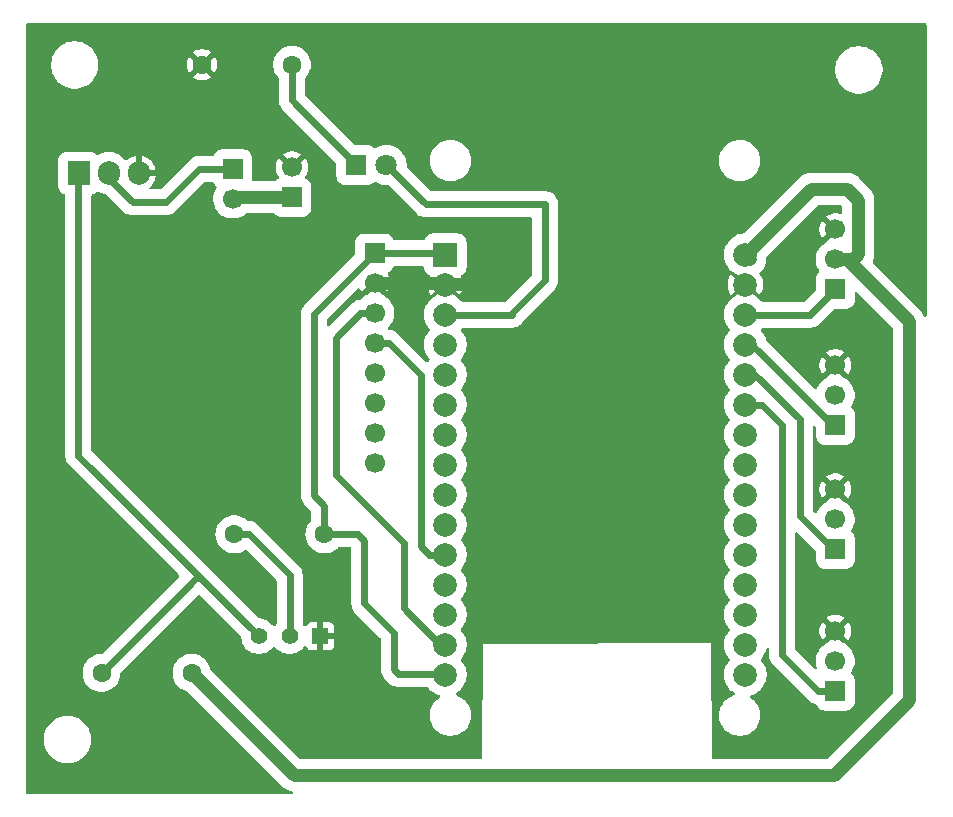
<source format=gbr>
%TF.GenerationSoftware,KiCad,Pcbnew,9.0.3*%
%TF.CreationDate,2025-07-22T12:58:59-05:00*%
%TF.ProjectId,altlas2.0,616c746c-6173-4322-9e30-2e6b69636164,rev?*%
%TF.SameCoordinates,Original*%
%TF.FileFunction,Copper,L2,Bot*%
%TF.FilePolarity,Positive*%
%FSLAX46Y46*%
G04 Gerber Fmt 4.6, Leading zero omitted, Abs format (unit mm)*
G04 Created by KiCad (PCBNEW 9.0.3) date 2025-07-22 12:58:59*
%MOMM*%
%LPD*%
G01*
G04 APERTURE LIST*
%TA.AperFunction,ComponentPad*%
%ADD10R,1.700000X1.700000*%
%TD*%
%TA.AperFunction,ComponentPad*%
%ADD11C,1.700000*%
%TD*%
%TA.AperFunction,ComponentPad*%
%ADD12R,1.905000X2.000000*%
%TD*%
%TA.AperFunction,ComponentPad*%
%ADD13O,1.905000X2.000000*%
%TD*%
%TA.AperFunction,ComponentPad*%
%ADD14C,1.600000*%
%TD*%
%TA.AperFunction,ComponentPad*%
%ADD15R,1.400000X1.400000*%
%TD*%
%TA.AperFunction,ComponentPad*%
%ADD16C,1.400000*%
%TD*%
%TA.AperFunction,ComponentPad*%
%ADD17R,2.000000X2.000000*%
%TD*%
%TA.AperFunction,ComponentPad*%
%ADD18C,2.000000*%
%TD*%
%TA.AperFunction,ComponentPad*%
%ADD19R,1.800000X1.800000*%
%TD*%
%TA.AperFunction,ComponentPad*%
%ADD20C,1.800000*%
%TD*%
%TA.AperFunction,Conductor*%
%ADD21C,1.100000*%
%TD*%
%TA.AperFunction,Conductor*%
%ADD22C,0.600000*%
%TD*%
G04 APERTURE END LIST*
D10*
%TO.P,BOM,1,Pin_1*%
%TO.N,Net-(J7-Pin_1)*%
X105470000Y-61330000D03*
D11*
%TO.P,BOM,2,Pin_2*%
%TO.N,+9V*%
X105470000Y-63870000D03*
%TD*%
D10*
%TO.P,ESC3,1,Pin_1*%
%TO.N,Net-(J4-Pin_1)*%
X156500000Y-93540000D03*
D11*
%TO.P,ESC3,2,Pin_2*%
%TO.N,unconnected-(J4-Pin_2-Pad2)*%
X156500000Y-91000000D03*
%TO.P,ESC3,3,Pin_3*%
%TO.N,GND*%
X156500000Y-88460000D03*
%TD*%
D12*
%TO.P,MOSF,1,G*%
%TO.N,Net-(Q1-G)*%
X92440000Y-61700000D03*
D13*
%TO.P,MOSF,2,D*%
%TO.N,Net-(J7-Pin_1)*%
X94980000Y-61700000D03*
%TO.P,MOSF,3,S*%
%TO.N,GND*%
X97520000Y-61700000D03*
%TD*%
D10*
%TO.P,ESC2,1,Pin_1*%
%TO.N,Net-(J3-Pin_1)*%
X156500000Y-83040000D03*
D11*
%TO.P,ESC2,2,Pin_2*%
%TO.N,unconnected-(J3-Pin_2-Pad2)*%
X156500000Y-80500000D03*
%TO.P,ESC2,3,Pin_3*%
%TO.N,GND*%
X156500000Y-77960000D03*
%TD*%
D14*
%TO.P,R2,1*%
%TO.N,+5V*%
X102000000Y-104000000D03*
%TO.P,R2,2*%
%TO.N,Net-(Q1-G)*%
X94380000Y-104000000D03*
%TD*%
%TO.P,R1,1*%
%TO.N,GND*%
X102880000Y-52500000D03*
%TO.P,R1,2*%
%TO.N,Net-(D2-K)*%
X110500000Y-52500000D03*
%TD*%
D15*
%TO.P,TRANS,1*%
%TO.N,GND*%
X112894500Y-100894500D03*
D16*
%TO.P,TRANS,2*%
%TO.N,Net-(Q3-Pad2)*%
X110294500Y-100894500D03*
%TO.P,TRANS,3*%
%TO.N,Net-(Q1-G)*%
X107694500Y-100894500D03*
%TD*%
D17*
%TO.P,ESP32,1,3V3*%
%TO.N,Net-(J6-Pin_1)*%
X123485000Y-68590000D03*
D18*
%TO.P,ESP32,2,GND*%
%TO.N,GND*%
X123485000Y-71130000D03*
%TO.P,ESP32,3,D15*%
%TO.N,Net-(D2-A)*%
X123485000Y-73670000D03*
%TO.P,ESP32,4,D2*%
%TO.N,unconnected-(U1-D2-Pad4)*%
X123485000Y-76210000D03*
%TO.P,ESP32,5,D4*%
%TO.N,unconnected-(U1-D4-Pad5)*%
X123485000Y-78750000D03*
%TO.P,ESP32,6,RX2*%
%TO.N,unconnected-(U1-RX2-Pad6)*%
X123485000Y-81290000D03*
%TO.P,ESP32,7,TX2*%
%TO.N,unconnected-(U1-TX2-Pad7)*%
X123485000Y-83830000D03*
%TO.P,ESP32,8,D5*%
%TO.N,unconnected-(U1-D5-Pad8)*%
X123485000Y-86370000D03*
%TO.P,ESP32,9,D18*%
%TO.N,unconnected-(U1-D18-Pad9)*%
X123485000Y-88910000D03*
%TO.P,ESP32,10,D19*%
%TO.N,unconnected-(U1-D19-Pad10)*%
X123485000Y-91450000D03*
%TO.P,ESP32,11,D21*%
%TO.N,Net-(J6-Pin_4)*%
X123485000Y-93990000D03*
%TO.P,ESP32,12,RX0*%
%TO.N,unconnected-(U1-RX0-Pad12)*%
X123485000Y-96530000D03*
%TO.P,ESP32,13,TX0*%
%TO.N,unconnected-(U1-TX0-Pad13)*%
X123485000Y-99070000D03*
%TO.P,ESP32,14,D22*%
%TO.N,Net-(J6-Pin_3)*%
X123485000Y-101610000D03*
%TO.P,ESP32,15,D23*%
%TO.N,Net-(J6-Pin_1)*%
X123485000Y-104150000D03*
%TO.P,ESP32,16,EN*%
%TO.N,unconnected-(U1-EN-Pad16)*%
X148885000Y-104150000D03*
%TO.P,ESP32,17,VP*%
%TO.N,unconnected-(U1-VP-Pad17)*%
X148885000Y-101610000D03*
%TO.P,ESP32,18,VN*%
%TO.N,unconnected-(U1-VN-Pad18)*%
X148885000Y-99070000D03*
%TO.P,ESP32,19,D34*%
%TO.N,unconnected-(U1-D34-Pad19)*%
X148885000Y-96530000D03*
%TO.P,ESP32,20,D35*%
%TO.N,unconnected-(U1-D35-Pad20)*%
X148885000Y-93990000D03*
%TO.P,ESP32,21,D32*%
%TO.N,unconnected-(U1-D32-Pad21)*%
X148885000Y-91450000D03*
%TO.P,ESP32,22,D33*%
%TO.N,unconnected-(U1-D33-Pad22)*%
X148885000Y-88910000D03*
%TO.P,ESP32,23,D25*%
%TO.N,unconnected-(U1-D25-Pad23)*%
X148885000Y-86370000D03*
%TO.P,ESP32,24,D26*%
%TO.N,unconnected-(U1-D26-Pad24)*%
X148885000Y-83830000D03*
%TO.P,ESP32,25,D27*%
%TO.N,Net-(J5-Pin_1)*%
X148885000Y-81290000D03*
%TO.P,ESP32,26,D14*%
%TO.N,Net-(J4-Pin_1)*%
X148885000Y-78750000D03*
%TO.P,ESP32,27,D12*%
%TO.N,Net-(J3-Pin_1)*%
X148885000Y-76210000D03*
%TO.P,ESP32,28,D13*%
%TO.N,Net-(J1-Pin_1)*%
X148885000Y-73670000D03*
%TO.P,ESP32,29,GND*%
%TO.N,GND*%
X148885000Y-71130000D03*
%TO.P,ESP32,30,VIN*%
%TO.N,+5V*%
X148885000Y-68590000D03*
%TD*%
D19*
%TO.P,DIO,1,K*%
%TO.N,Net-(D2-K)*%
X115960000Y-61000000D03*
D20*
%TO.P,DIO,2,A*%
%TO.N,Net-(D2-A)*%
X118500000Y-61000000D03*
%TD*%
D14*
%TO.P,R3,1*%
%TO.N,Net-(J6-Pin_1)*%
X113240000Y-92260000D03*
%TO.P,R3,2*%
%TO.N,Net-(Q3-Pad2)*%
X105620000Y-92260000D03*
%TD*%
D10*
%TO.P,9V,1,Pin_1*%
%TO.N,+9V*%
X110500000Y-63750000D03*
D11*
%TO.P,9V,2,Pin_2*%
%TO.N,GND*%
X110500000Y-61210000D03*
%TD*%
D10*
%TO.P,MPU,1,Pin_1*%
%TO.N,Net-(J6-Pin_1)*%
X117500000Y-68460000D03*
D11*
%TO.P,MPU,2,Pin_2*%
%TO.N,GND*%
X117500000Y-71000000D03*
%TO.P,MPU,3,Pin_3*%
%TO.N,Net-(J6-Pin_3)*%
X117500000Y-73540000D03*
%TO.P,MPU,4,Pin_4*%
%TO.N,Net-(J6-Pin_4)*%
X117500000Y-76080000D03*
%TO.P,MPU,5,Pin_5*%
%TO.N,unconnected-(J6-Pin_5-Pad5)*%
X117500000Y-78620000D03*
%TO.P,MPU,6,Pin_6*%
%TO.N,unconnected-(J6-Pin_6-Pad6)*%
X117500000Y-81160000D03*
%TO.P,MPU,7,Pin_7*%
%TO.N,unconnected-(J6-Pin_7-Pad7)*%
X117500000Y-83700000D03*
%TO.P,MPU,8,Pin_8*%
%TO.N,unconnected-(J6-Pin_8-Pad8)*%
X117500000Y-86240000D03*
%TD*%
D10*
%TO.P,ESC4,1,Pin_1*%
%TO.N,Net-(J5-Pin_1)*%
X156500000Y-105540000D03*
D11*
%TO.P,ESC4,2,Pin_2*%
%TO.N,unconnected-(J5-Pin_2-Pad2)*%
X156500000Y-103000000D03*
%TO.P,ESC4,3,Pin_3*%
%TO.N,GND*%
X156500000Y-100460000D03*
%TD*%
D10*
%TO.P,ESC1,1,Pin_1*%
%TO.N,Net-(J1-Pin_1)*%
X156500000Y-71540000D03*
D11*
%TO.P,ESC1,2,Pin_2*%
%TO.N,+5V*%
X156500000Y-69000000D03*
%TO.P,ESC1,3,Pin_3*%
%TO.N,GND*%
X156500000Y-66460000D03*
%TD*%
D21*
%TO.N,GND*%
X123545000Y-71070000D02*
X127760000Y-71070000D01*
X123485000Y-71130000D02*
X123545000Y-71070000D01*
X117500000Y-71000000D02*
X123355000Y-71000000D01*
X123355000Y-71000000D02*
X123485000Y-71130000D01*
D22*
%TO.N,Net-(J6-Pin_1)*%
X112360000Y-88970000D02*
X113240000Y-89850000D01*
X113240000Y-89850000D02*
X113240000Y-92260000D01*
X112360000Y-73600000D02*
X112360000Y-88970000D01*
X117500000Y-68460000D02*
X112360000Y-73600000D01*
%TO.N,Net-(Q3-Pad2)*%
X106849000Y-92260000D02*
X105620000Y-92260000D01*
X110294500Y-95705500D02*
X106849000Y-92260000D01*
%TO.N,Net-(J6-Pin_1)*%
X116620000Y-92828420D02*
X116051580Y-92260000D01*
X116620000Y-98120000D02*
X116620000Y-92828420D01*
X119112000Y-100612000D02*
X116620000Y-98120000D01*
X116051580Y-92260000D02*
X113240000Y-92260000D01*
X119466289Y-104060527D02*
X119112000Y-103706238D01*
X123485000Y-104150000D02*
X123395527Y-104060527D01*
X123395527Y-104060527D02*
X119466289Y-104060527D01*
X119112000Y-103706238D02*
X119112000Y-100612000D01*
%TO.N,Net-(D2-A)*%
X129100000Y-73670000D02*
X123485000Y-73670000D01*
X129075000Y-73645000D02*
X129100000Y-73670000D01*
X131950000Y-64340000D02*
X131950000Y-70770000D01*
X121840000Y-64340000D02*
X131950000Y-64340000D01*
X118500000Y-61000000D02*
X121840000Y-64340000D01*
X131950000Y-70770000D02*
X129075000Y-73645000D01*
X123485000Y-73670000D02*
X123760000Y-73670000D01*
%TO.N,Net-(J6-Pin_1)*%
X123355000Y-68460000D02*
X123485000Y-68590000D01*
X117500000Y-68460000D02*
X123355000Y-68460000D01*
D21*
%TO.N,+5V*%
X157500000Y-69000000D02*
X156500000Y-69000000D01*
X162710000Y-74210000D02*
X157500000Y-69000000D01*
X156370000Y-112680000D02*
X162710000Y-106340000D01*
X162710000Y-106340000D02*
X162710000Y-74210000D01*
X110680000Y-112680000D02*
X156370000Y-112680000D01*
X102000000Y-104000000D02*
X110680000Y-112680000D01*
%TO.N,+9V*%
X105590000Y-63750000D02*
X105470000Y-63630000D01*
X110500000Y-63750000D02*
X105590000Y-63750000D01*
D22*
%TO.N,Net-(D2-K)*%
X110500000Y-52500000D02*
X110500000Y-55540000D01*
X110500000Y-55540000D02*
X115960000Y-61000000D01*
%TO.N,Net-(J1-Pin_1)*%
X154370000Y-73670000D02*
X156500000Y-71540000D01*
X148885000Y-73670000D02*
X154370000Y-73670000D01*
D21*
%TO.N,+5V*%
X157500000Y-63000000D02*
X158451000Y-63951000D01*
X154475000Y-63000000D02*
X157500000Y-63000000D01*
X148885000Y-68590000D02*
X154475000Y-63000000D01*
X158451000Y-63951000D02*
X158451000Y-68549000D01*
X158451000Y-68549000D02*
X158000000Y-69000000D01*
X158000000Y-69000000D02*
X156500000Y-69000000D01*
X148885000Y-68590000D02*
X149295000Y-69000000D01*
%TO.N,GND*%
X97520000Y-61700000D02*
X97500000Y-61680000D01*
X156719131Y-88460000D02*
X156500000Y-88460000D01*
X148885000Y-71130000D02*
X148453737Y-71130000D01*
D22*
%TO.N,Net-(J3-Pin_1)*%
X156280869Y-83040000D02*
X156500000Y-83040000D01*
X148885000Y-76210000D02*
X149450869Y-76210000D01*
X156210000Y-83330000D02*
X156500000Y-83040000D01*
X149450869Y-76210000D02*
X156280869Y-83040000D01*
%TO.N,Net-(J4-Pin_1)*%
X148885000Y-78750000D02*
X149740526Y-78750000D01*
X153500000Y-90759131D02*
X156280869Y-93540000D01*
X156280869Y-93540000D02*
X156500000Y-93540000D01*
X153500000Y-82509474D02*
X153500000Y-90759131D01*
X149740526Y-78750000D02*
X153500000Y-82509474D01*
%TO.N,Net-(J5-Pin_1)*%
X152000000Y-102490000D02*
X155050000Y-105540000D01*
X148885000Y-81290000D02*
X150299213Y-81290000D01*
X152000000Y-82990787D02*
X152000000Y-102490000D01*
X150299213Y-81290000D02*
X152000000Y-82990787D01*
X155050000Y-105540000D02*
X156500000Y-105540000D01*
%TO.N,Net-(J6-Pin_4)*%
X122070787Y-93990000D02*
X123485000Y-93990000D01*
X121384000Y-93303213D02*
X122070787Y-93990000D01*
X121384000Y-78761919D02*
X121384000Y-93303213D01*
X118702081Y-76080000D02*
X121384000Y-78761919D01*
X117500000Y-76080000D02*
X118702081Y-76080000D01*
%TO.N,Net-(J6-Pin_3)*%
X114220000Y-75617919D02*
X114220000Y-87220000D01*
X114220000Y-87220000D02*
X119983000Y-92983000D01*
X119983000Y-98539263D02*
X123053737Y-101610000D01*
X116297919Y-73540000D02*
X114220000Y-75617919D01*
X123053737Y-101610000D02*
X123485000Y-101610000D01*
X119983000Y-92983000D02*
X119983000Y-98539263D01*
X117500000Y-73540000D02*
X116297919Y-73540000D01*
%TO.N,Net-(J7-Pin_1)*%
X94960000Y-62100000D02*
X97030000Y-64170000D01*
X102640000Y-61330000D02*
X105470000Y-61330000D01*
X99800000Y-64170000D02*
X102640000Y-61330000D01*
X97030000Y-64170000D02*
X99800000Y-64170000D01*
%TO.N,Net-(Q1-G)*%
X102380000Y-96000000D02*
X94380000Y-104000000D01*
X107694500Y-100894500D02*
X92420000Y-85620000D01*
X92420000Y-85620000D02*
X92420000Y-61720000D01*
X102800000Y-96000000D02*
X102380000Y-96000000D01*
X107694500Y-100894500D02*
X102800000Y-96000000D01*
X92420000Y-61720000D02*
X92440000Y-61700000D01*
%TO.N,Net-(J6-Pin_1)*%
X123650000Y-104150000D02*
X124000000Y-104500000D01*
X123485000Y-104150000D02*
X122631314Y-104150000D01*
%TO.N,Net-(Q3-Pad2)*%
X110294500Y-100894500D02*
X110294500Y-95705500D01*
%TD*%
%TA.AperFunction,Conductor*%
%TO.N,GND*%
G36*
X121632337Y-69580185D02*
G01*
X121678092Y-69632989D01*
X121688518Y-69670617D01*
X121699630Y-69769249D01*
X121699631Y-69769254D01*
X121759211Y-69939523D01*
X121830295Y-70052652D01*
X121855184Y-70092262D01*
X121982738Y-70219816D01*
X122048113Y-70260894D01*
X122100785Y-70293990D01*
X122147076Y-70346325D01*
X122157724Y-70415379D01*
X122145298Y-70455278D01*
X122094898Y-70554194D01*
X122021934Y-70778752D01*
X121985000Y-71011947D01*
X121985000Y-71248052D01*
X122021934Y-71481247D01*
X122094897Y-71705802D01*
X122202087Y-71916174D01*
X122262338Y-71999104D01*
X122262340Y-71999105D01*
X122993871Y-71267574D01*
X123009755Y-71326853D01*
X123076898Y-71443147D01*
X123171853Y-71538102D01*
X123288147Y-71605245D01*
X123347425Y-71621128D01*
X123068044Y-71900508D01*
X123012458Y-71932601D01*
X122905012Y-71961392D01*
X122905010Y-71961392D01*
X122686954Y-72051714D01*
X122686943Y-72051719D01*
X122482545Y-72169730D01*
X122295302Y-72313406D01*
X122295295Y-72313412D01*
X122128412Y-72480295D01*
X122128406Y-72480302D01*
X121984730Y-72667545D01*
X121984727Y-72667549D01*
X121984727Y-72667550D01*
X121980455Y-72674949D01*
X121866719Y-72871943D01*
X121866714Y-72871954D01*
X121776394Y-73090006D01*
X121715306Y-73317989D01*
X121684501Y-73551979D01*
X121684500Y-73551995D01*
X121684500Y-73788004D01*
X121684501Y-73788020D01*
X121715306Y-74022010D01*
X121776394Y-74249993D01*
X121866714Y-74468045D01*
X121866719Y-74468056D01*
X121897700Y-74521715D01*
X121984727Y-74672450D01*
X121984729Y-74672453D01*
X121984730Y-74672454D01*
X122130879Y-74862920D01*
X122129720Y-74863808D01*
X122156537Y-74921662D01*
X122146983Y-74990876D01*
X122130385Y-75016701D01*
X122130879Y-75017080D01*
X121984730Y-75207545D01*
X121866719Y-75411943D01*
X121866714Y-75411954D01*
X121776394Y-75630006D01*
X121715306Y-75857989D01*
X121684501Y-76091979D01*
X121684500Y-76091995D01*
X121684500Y-76328004D01*
X121684501Y-76328020D01*
X121715306Y-76562010D01*
X121776394Y-76789993D01*
X121866714Y-77008045D01*
X121866719Y-77008056D01*
X121937677Y-77130957D01*
X121984727Y-77212450D01*
X121984729Y-77212453D01*
X121984730Y-77212454D01*
X122130879Y-77402920D01*
X122129720Y-77403808D01*
X122140523Y-77427114D01*
X122155395Y-77455203D01*
X122155109Y-77458582D01*
X122156537Y-77461662D01*
X122152189Y-77493157D01*
X122149515Y-77524825D01*
X122147317Y-77528451D01*
X122146983Y-77530876D01*
X122132203Y-77555581D01*
X122129126Y-77559582D01*
X122128408Y-77560301D01*
X122045554Y-77668277D01*
X122045220Y-77668713D01*
X122016923Y-77689333D01*
X121988865Y-77709821D01*
X121988803Y-77709824D01*
X121988752Y-77709862D01*
X121953724Y-77711914D01*
X121919119Y-77713976D01*
X121919063Y-77713945D01*
X121919002Y-77713949D01*
X121914833Y-77711602D01*
X121859236Y-77680813D01*
X119419011Y-75240588D01*
X119419009Y-75240586D01*
X119278869Y-75138768D01*
X119124526Y-75060127D01*
X118959782Y-75006598D01*
X118959780Y-75006597D01*
X118959779Y-75006597D01*
X118828352Y-74985781D01*
X118788692Y-74979500D01*
X118788691Y-74979500D01*
X118785022Y-74979500D01*
X118755581Y-74970855D01*
X118725595Y-74964332D01*
X118720579Y-74960577D01*
X118717983Y-74959815D01*
X118697341Y-74943181D01*
X118651841Y-74897681D01*
X118618356Y-74836358D01*
X118623340Y-74766666D01*
X118651841Y-74722319D01*
X118701710Y-74672450D01*
X118758931Y-74615229D01*
X118911634Y-74405051D01*
X119029579Y-74173572D01*
X119109860Y-73926493D01*
X119147065Y-73691588D01*
X119150500Y-73669902D01*
X119150500Y-73410097D01*
X119121471Y-73226819D01*
X119109860Y-73153507D01*
X119029579Y-72906428D01*
X119029577Y-72906425D01*
X119029577Y-72906423D01*
X118944536Y-72739523D01*
X118911634Y-72674949D01*
X118758931Y-72464771D01*
X118575229Y-72281069D01*
X118365051Y-72128366D01*
X118198564Y-72043536D01*
X118167178Y-72020732D01*
X117629409Y-71482962D01*
X117692993Y-71465925D01*
X117807007Y-71400099D01*
X117900099Y-71307007D01*
X117965925Y-71192993D01*
X117982962Y-71129409D01*
X118615270Y-71761717D01*
X118615270Y-71761716D01*
X118654622Y-71707554D01*
X118751095Y-71518217D01*
X118816757Y-71316130D01*
X118816757Y-71316127D01*
X118850000Y-71106246D01*
X118850000Y-70893753D01*
X118816757Y-70683872D01*
X118816757Y-70683869D01*
X118751095Y-70481782D01*
X118654622Y-70292445D01*
X118613036Y-70235207D01*
X118589556Y-70169401D01*
X118605381Y-70101347D01*
X118655487Y-70052652D01*
X118672402Y-70045279D01*
X118699519Y-70035790D01*
X118699518Y-70035790D01*
X118699522Y-70035789D01*
X118852262Y-69939816D01*
X118979816Y-69812262D01*
X119075789Y-69659522D01*
X119081379Y-69643545D01*
X119122100Y-69586770D01*
X119187053Y-69561022D01*
X119198421Y-69560500D01*
X121565298Y-69560500D01*
X121632337Y-69580185D01*
G37*
%TD.AperFunction*%
%TA.AperFunction,Conductor*%
G36*
X117034075Y-71192993D02*
G01*
X117099901Y-71307007D01*
X117192993Y-71400099D01*
X117307007Y-71465925D01*
X117370590Y-71482962D01*
X116832820Y-72020732D01*
X116801435Y-72043535D01*
X116634947Y-72128366D01*
X116424774Y-72281066D01*
X116424768Y-72281071D01*
X116302659Y-72403181D01*
X116241336Y-72436666D01*
X116214978Y-72439500D01*
X116211308Y-72439500D01*
X116125763Y-72453049D01*
X116040217Y-72466598D01*
X115875468Y-72520128D01*
X115721130Y-72598768D01*
X115641175Y-72656859D01*
X115580991Y-72700586D01*
X115580989Y-72700588D01*
X115580988Y-72700588D01*
X113672181Y-74609396D01*
X113610858Y-74642881D01*
X113541166Y-74637897D01*
X113485233Y-74596025D01*
X113460816Y-74530561D01*
X113460500Y-74521715D01*
X113460500Y-74107203D01*
X113480185Y-74040164D01*
X113496814Y-74019527D01*
X116044325Y-71472016D01*
X116105644Y-71438534D01*
X116175336Y-71443518D01*
X116231269Y-71485390D01*
X116246161Y-71514093D01*
X116247045Y-71513727D01*
X116248904Y-71518218D01*
X116345375Y-71707550D01*
X116384728Y-71761716D01*
X117017036Y-71129407D01*
X117034075Y-71192993D01*
G37*
%TD.AperFunction*%
%TA.AperFunction,Conductor*%
G36*
X164172539Y-49020185D02*
G01*
X164218294Y-49072989D01*
X164229500Y-49124500D01*
X164229500Y-73733327D01*
X164209815Y-73800366D01*
X164157011Y-73846121D01*
X164087853Y-73856065D01*
X164024297Y-73827040D01*
X163987569Y-73771645D01*
X163961557Y-73691588D01*
X163865051Y-73502184D01*
X163865049Y-73502181D01*
X163865048Y-73502179D01*
X163740110Y-73330215D01*
X163740106Y-73330211D01*
X163740104Y-73330208D01*
X163589792Y-73179896D01*
X163589791Y-73179895D01*
X163586680Y-73176784D01*
X163586665Y-73176770D01*
X159690230Y-69280335D01*
X159656745Y-69219012D01*
X159661729Y-69149320D01*
X159667427Y-69136358D01*
X159702555Y-69067416D01*
X159702555Y-69067415D01*
X159702557Y-69067412D01*
X159768246Y-68865243D01*
X159801500Y-68655287D01*
X159801500Y-68442714D01*
X159801500Y-63844713D01*
X159768246Y-63634757D01*
X159702557Y-63432588D01*
X159606051Y-63243184D01*
X159606049Y-63243181D01*
X159606048Y-63243179D01*
X159481109Y-63071213D01*
X159330791Y-62920895D01*
X158534444Y-62124549D01*
X158534435Y-62124539D01*
X158468940Y-62059044D01*
X158379792Y-61969896D01*
X158379788Y-61969893D01*
X158379784Y-61969889D01*
X158207820Y-61844951D01*
X158018414Y-61748444D01*
X158018413Y-61748443D01*
X158018412Y-61748443D01*
X157816243Y-61682754D01*
X157816241Y-61682753D01*
X157816240Y-61682753D01*
X157654957Y-61657208D01*
X157606287Y-61649500D01*
X157606286Y-61649500D01*
X154586422Y-61649500D01*
X154586398Y-61649499D01*
X154581287Y-61649499D01*
X154368713Y-61649499D01*
X154320040Y-61657208D01*
X154158760Y-61682753D01*
X153956585Y-61748444D01*
X153767179Y-61844951D01*
X153595213Y-61969890D01*
X153595209Y-61969894D01*
X148806675Y-66758429D01*
X148745352Y-66791914D01*
X148735180Y-66793687D01*
X148532989Y-66820306D01*
X148305006Y-66881394D01*
X148086954Y-66971714D01*
X148086943Y-66971719D01*
X147882545Y-67089730D01*
X147695302Y-67233406D01*
X147695295Y-67233412D01*
X147528412Y-67400295D01*
X147528406Y-67400302D01*
X147384730Y-67587545D01*
X147266719Y-67791943D01*
X147266714Y-67791954D01*
X147176394Y-68010006D01*
X147115306Y-68237989D01*
X147084501Y-68471979D01*
X147084500Y-68471995D01*
X147084500Y-68708004D01*
X147084501Y-68708020D01*
X147105839Y-68870103D01*
X147115307Y-68942014D01*
X147170855Y-69149320D01*
X147176394Y-69169993D01*
X147266714Y-69388045D01*
X147266719Y-69388056D01*
X147337677Y-69510957D01*
X147384727Y-69592450D01*
X147384729Y-69592453D01*
X147384730Y-69592454D01*
X147528406Y-69779697D01*
X147528412Y-69779704D01*
X147695295Y-69946587D01*
X147695301Y-69946592D01*
X147882550Y-70090273D01*
X147994749Y-70155051D01*
X148086943Y-70208280D01*
X148086948Y-70208282D01*
X148086951Y-70208284D01*
X148305007Y-70298606D01*
X148412459Y-70327397D01*
X148468044Y-70359490D01*
X148747425Y-70638871D01*
X148688147Y-70654755D01*
X148571853Y-70721898D01*
X148476898Y-70816853D01*
X148409755Y-70933147D01*
X148393871Y-70992425D01*
X147662340Y-70260894D01*
X147602084Y-70343830D01*
X147494897Y-70554197D01*
X147421934Y-70778752D01*
X147385000Y-71011947D01*
X147385000Y-71248052D01*
X147421934Y-71481247D01*
X147494897Y-71705802D01*
X147602087Y-71916174D01*
X147662338Y-71999104D01*
X147662340Y-71999105D01*
X148393871Y-71267574D01*
X148409755Y-71326853D01*
X148476898Y-71443147D01*
X148571853Y-71538102D01*
X148688147Y-71605245D01*
X148747425Y-71621128D01*
X148468044Y-71900508D01*
X148412458Y-71932601D01*
X148305012Y-71961392D01*
X148305010Y-71961392D01*
X148086954Y-72051714D01*
X148086943Y-72051719D01*
X147882545Y-72169730D01*
X147695302Y-72313406D01*
X147695295Y-72313412D01*
X147528412Y-72480295D01*
X147528406Y-72480302D01*
X147384730Y-72667545D01*
X147384727Y-72667549D01*
X147384727Y-72667550D01*
X147380455Y-72674949D01*
X147266719Y-72871943D01*
X147266714Y-72871954D01*
X147176394Y-73090006D01*
X147115306Y-73317989D01*
X147084501Y-73551979D01*
X147084500Y-73551995D01*
X147084500Y-73788004D01*
X147084501Y-73788020D01*
X147115306Y-74022010D01*
X147176394Y-74249993D01*
X147266714Y-74468045D01*
X147266719Y-74468056D01*
X147297700Y-74521715D01*
X147384727Y-74672450D01*
X147384729Y-74672453D01*
X147384730Y-74672454D01*
X147530879Y-74862920D01*
X147529720Y-74863808D01*
X147556537Y-74921662D01*
X147546983Y-74990876D01*
X147530385Y-75016701D01*
X147530879Y-75017080D01*
X147384730Y-75207545D01*
X147266719Y-75411943D01*
X147266714Y-75411954D01*
X147176394Y-75630006D01*
X147115306Y-75857989D01*
X147084501Y-76091979D01*
X147084500Y-76091995D01*
X147084500Y-76328004D01*
X147084501Y-76328020D01*
X147115306Y-76562010D01*
X147176394Y-76789993D01*
X147266714Y-77008045D01*
X147266719Y-77008056D01*
X147337677Y-77130957D01*
X147384727Y-77212450D01*
X147384729Y-77212453D01*
X147384730Y-77212454D01*
X147530879Y-77402920D01*
X147529720Y-77403808D01*
X147556537Y-77461662D01*
X147546983Y-77530876D01*
X147530385Y-77556701D01*
X147530879Y-77557080D01*
X147384730Y-77747545D01*
X147384727Y-77747549D01*
X147384727Y-77747550D01*
X147380455Y-77754949D01*
X147266719Y-77951943D01*
X147266714Y-77951954D01*
X147176394Y-78170006D01*
X147115306Y-78397989D01*
X147084501Y-78631979D01*
X147084500Y-78631995D01*
X147084500Y-78868004D01*
X147084501Y-78868020D01*
X147115306Y-79102010D01*
X147176394Y-79329993D01*
X147266714Y-79548045D01*
X147266719Y-79548056D01*
X147337677Y-79670957D01*
X147384727Y-79752450D01*
X147384729Y-79752453D01*
X147384730Y-79752454D01*
X147530879Y-79942920D01*
X147529720Y-79943808D01*
X147556537Y-80001662D01*
X147546983Y-80070876D01*
X147530385Y-80096701D01*
X147530879Y-80097080D01*
X147384730Y-80287545D01*
X147384727Y-80287549D01*
X147384727Y-80287550D01*
X147380455Y-80294949D01*
X147266719Y-80491943D01*
X147266714Y-80491954D01*
X147176394Y-80710006D01*
X147115306Y-80937989D01*
X147084501Y-81171979D01*
X147084500Y-81171995D01*
X147084500Y-81408004D01*
X147084501Y-81408020D01*
X147108109Y-81587345D01*
X147115307Y-81642014D01*
X147127559Y-81687738D01*
X147176394Y-81869993D01*
X147266714Y-82088045D01*
X147266719Y-82088056D01*
X147299623Y-82145046D01*
X147384727Y-82292450D01*
X147384729Y-82292453D01*
X147384730Y-82292454D01*
X147530879Y-82482920D01*
X147529720Y-82483808D01*
X147556537Y-82541662D01*
X147546983Y-82610876D01*
X147530385Y-82636701D01*
X147530879Y-82637080D01*
X147384730Y-82827545D01*
X147384727Y-82827549D01*
X147384727Y-82827550D01*
X147380455Y-82834949D01*
X147266719Y-83031943D01*
X147266714Y-83031954D01*
X147176394Y-83250006D01*
X147115306Y-83477989D01*
X147084501Y-83711979D01*
X147084500Y-83711995D01*
X147084500Y-83948004D01*
X147084501Y-83948020D01*
X147115306Y-84182010D01*
X147176394Y-84409993D01*
X147266714Y-84628045D01*
X147266719Y-84628056D01*
X147302772Y-84690500D01*
X147384727Y-84832450D01*
X147384729Y-84832453D01*
X147384730Y-84832454D01*
X147530879Y-85022920D01*
X147529720Y-85023808D01*
X147556537Y-85081662D01*
X147546983Y-85150876D01*
X147530385Y-85176701D01*
X147530879Y-85177080D01*
X147384730Y-85367545D01*
X147384727Y-85367549D01*
X147384727Y-85367550D01*
X147380455Y-85374949D01*
X147266719Y-85571943D01*
X147266714Y-85571954D01*
X147176394Y-85790006D01*
X147115306Y-86017989D01*
X147084501Y-86251979D01*
X147084500Y-86251995D01*
X147084500Y-86488004D01*
X147084501Y-86488020D01*
X147114799Y-86718160D01*
X147115307Y-86722014D01*
X147136331Y-86800477D01*
X147176394Y-86949993D01*
X147266714Y-87168045D01*
X147266719Y-87168056D01*
X147337677Y-87290957D01*
X147384727Y-87372450D01*
X147384729Y-87372453D01*
X147384730Y-87372454D01*
X147530879Y-87562920D01*
X147529720Y-87563808D01*
X147556537Y-87621662D01*
X147546983Y-87690876D01*
X147530385Y-87716701D01*
X147530879Y-87717080D01*
X147384730Y-87907545D01*
X147266719Y-88111943D01*
X147266714Y-88111954D01*
X147176394Y-88330006D01*
X147115306Y-88557989D01*
X147084501Y-88791979D01*
X147084500Y-88791995D01*
X147084500Y-89028004D01*
X147084501Y-89028020D01*
X147115306Y-89262010D01*
X147176394Y-89489993D01*
X147266714Y-89708045D01*
X147266719Y-89708056D01*
X147337677Y-89830957D01*
X147384727Y-89912450D01*
X147384729Y-89912453D01*
X147384730Y-89912454D01*
X147530879Y-90102920D01*
X147529720Y-90103808D01*
X147556537Y-90161662D01*
X147546983Y-90230876D01*
X147530385Y-90256701D01*
X147530879Y-90257080D01*
X147384730Y-90447545D01*
X147266719Y-90651943D01*
X147266714Y-90651954D01*
X147176394Y-90870006D01*
X147115306Y-91097989D01*
X147084501Y-91331979D01*
X147084500Y-91331995D01*
X147084500Y-91568004D01*
X147084501Y-91568020D01*
X147115306Y-91802010D01*
X147176394Y-92029993D01*
X147266714Y-92248045D01*
X147266719Y-92248056D01*
X147320079Y-92340476D01*
X147384727Y-92452450D01*
X147384729Y-92452453D01*
X147384730Y-92452454D01*
X147530879Y-92642920D01*
X147529720Y-92643808D01*
X147556537Y-92701662D01*
X147546983Y-92770876D01*
X147530385Y-92796701D01*
X147530879Y-92797080D01*
X147384730Y-92987545D01*
X147266719Y-93191943D01*
X147266714Y-93191954D01*
X147176394Y-93410006D01*
X147115306Y-93637989D01*
X147084501Y-93871979D01*
X147084500Y-93871995D01*
X147084500Y-94108004D01*
X147084501Y-94108020D01*
X147115306Y-94342010D01*
X147176394Y-94569993D01*
X147266714Y-94788045D01*
X147266719Y-94788056D01*
X147326883Y-94892262D01*
X147384727Y-94992450D01*
X147384729Y-94992453D01*
X147384730Y-94992454D01*
X147530879Y-95182920D01*
X147529720Y-95183808D01*
X147556537Y-95241662D01*
X147546983Y-95310876D01*
X147530385Y-95336701D01*
X147530879Y-95337080D01*
X147384730Y-95527545D01*
X147266719Y-95731943D01*
X147266714Y-95731954D01*
X147176394Y-95950006D01*
X147115306Y-96177989D01*
X147084501Y-96411979D01*
X147084500Y-96411995D01*
X147084500Y-96648004D01*
X147084501Y-96648020D01*
X147115306Y-96882010D01*
X147176394Y-97109993D01*
X147266714Y-97328045D01*
X147266719Y-97328056D01*
X147311445Y-97405522D01*
X147384727Y-97532450D01*
X147384729Y-97532453D01*
X147384730Y-97532454D01*
X147530879Y-97722920D01*
X147529720Y-97723808D01*
X147556537Y-97781662D01*
X147546983Y-97850876D01*
X147530385Y-97876701D01*
X147530879Y-97877080D01*
X147384730Y-98067545D01*
X147266719Y-98271943D01*
X147266714Y-98271954D01*
X147176394Y-98490006D01*
X147115306Y-98717989D01*
X147084501Y-98951979D01*
X147084500Y-98951995D01*
X147084500Y-99188004D01*
X147084501Y-99188020D01*
X147115306Y-99422010D01*
X147176394Y-99649993D01*
X147266714Y-99868045D01*
X147266719Y-99868056D01*
X147315426Y-99952418D01*
X147384727Y-100072450D01*
X147384729Y-100072453D01*
X147384730Y-100072454D01*
X147530879Y-100262920D01*
X147529720Y-100263808D01*
X147556537Y-100321662D01*
X147546983Y-100390876D01*
X147530385Y-100416701D01*
X147530879Y-100417080D01*
X147384730Y-100607545D01*
X147266719Y-100811943D01*
X147266714Y-100811954D01*
X147176394Y-101030006D01*
X147115306Y-101257989D01*
X147084501Y-101491979D01*
X147084500Y-101491995D01*
X147084500Y-101728004D01*
X147084501Y-101728020D01*
X147115306Y-101962010D01*
X147176394Y-102189993D01*
X147266714Y-102408045D01*
X147266719Y-102408056D01*
X147329480Y-102516759D01*
X147384727Y-102612450D01*
X147384729Y-102612453D01*
X147384730Y-102612454D01*
X147530879Y-102802920D01*
X147529720Y-102803808D01*
X147556537Y-102861662D01*
X147546983Y-102930876D01*
X147530385Y-102956701D01*
X147530879Y-102957080D01*
X147384730Y-103147545D01*
X147266719Y-103351943D01*
X147266714Y-103351954D01*
X147176394Y-103570006D01*
X147115306Y-103797989D01*
X147084501Y-104031979D01*
X147084500Y-104031995D01*
X147084500Y-104268004D01*
X147084501Y-104268020D01*
X147104926Y-104423168D01*
X147115307Y-104502014D01*
X147117648Y-104510750D01*
X147176394Y-104729993D01*
X147266714Y-104948045D01*
X147266719Y-104948056D01*
X147297725Y-105001759D01*
X147384727Y-105152450D01*
X147384729Y-105152453D01*
X147384730Y-105152454D01*
X147528406Y-105339697D01*
X147528412Y-105339704D01*
X147695295Y-105506587D01*
X147695302Y-105506593D01*
X147772695Y-105565979D01*
X147882550Y-105650273D01*
X147931053Y-105678276D01*
X147979266Y-105728840D01*
X147992490Y-105797447D01*
X147966522Y-105862312D01*
X147909608Y-105902841D01*
X147901146Y-105905435D01*
X147851119Y-105918840D01*
X147851112Y-105918842D01*
X147639123Y-106006650D01*
X147639109Y-106006657D01*
X147440382Y-106121392D01*
X147258338Y-106261081D01*
X147096081Y-106423338D01*
X146956392Y-106605382D01*
X146841657Y-106804109D01*
X146841650Y-106804123D01*
X146763170Y-106993593D01*
X146753842Y-107016113D01*
X146711170Y-107175369D01*
X146694453Y-107237759D01*
X146694451Y-107237770D01*
X146664500Y-107465258D01*
X146664500Y-107694741D01*
X146685199Y-107851957D01*
X146694452Y-107922238D01*
X146753529Y-108142718D01*
X146753842Y-108143887D01*
X146841650Y-108355876D01*
X146841657Y-108355890D01*
X146956392Y-108554617D01*
X147096081Y-108736661D01*
X147096089Y-108736670D01*
X147258330Y-108898911D01*
X147258338Y-108898918D01*
X147440382Y-109038607D01*
X147440385Y-109038608D01*
X147440388Y-109038611D01*
X147639112Y-109153344D01*
X147639117Y-109153346D01*
X147639123Y-109153349D01*
X147730480Y-109191190D01*
X147851113Y-109241158D01*
X148072762Y-109300548D01*
X148300266Y-109330500D01*
X148300273Y-109330500D01*
X148529727Y-109330500D01*
X148529734Y-109330500D01*
X148757238Y-109300548D01*
X148978887Y-109241158D01*
X149190888Y-109153344D01*
X149389612Y-109038611D01*
X149571661Y-108898919D01*
X149571665Y-108898914D01*
X149571670Y-108898911D01*
X149733911Y-108736670D01*
X149733914Y-108736665D01*
X149733919Y-108736661D01*
X149873611Y-108554612D01*
X149988344Y-108355888D01*
X150076158Y-108143887D01*
X150135548Y-107922238D01*
X150165500Y-107694734D01*
X150165500Y-107465266D01*
X150135548Y-107237762D01*
X150076158Y-107016113D01*
X149988344Y-106804112D01*
X149873611Y-106605388D01*
X149873608Y-106605385D01*
X149873607Y-106605382D01*
X149742833Y-106434956D01*
X149733919Y-106423339D01*
X149733918Y-106423338D01*
X149733911Y-106423330D01*
X149571670Y-106261089D01*
X149571661Y-106261081D01*
X149389620Y-106121394D01*
X149389614Y-106121390D01*
X149389612Y-106121389D01*
X149361882Y-106105379D01*
X149313669Y-106054813D01*
X149300447Y-105986206D01*
X149326415Y-105921341D01*
X149383330Y-105880813D01*
X149391768Y-105878226D01*
X149464993Y-105858606D01*
X149683049Y-105768284D01*
X149887450Y-105650273D01*
X150074699Y-105506592D01*
X150241592Y-105339699D01*
X150385273Y-105152450D01*
X150503284Y-104948049D01*
X150593606Y-104729993D01*
X150654693Y-104502014D01*
X150685500Y-104268011D01*
X150685500Y-104031989D01*
X150654693Y-103797986D01*
X150593606Y-103570007D01*
X150503284Y-103351951D01*
X150503282Y-103351948D01*
X150503280Y-103351943D01*
X150461118Y-103278918D01*
X150385273Y-103147550D01*
X150323302Y-103066788D01*
X150239121Y-102957080D01*
X150240286Y-102956185D01*
X150213469Y-102898381D01*
X150222998Y-102829165D01*
X150239619Y-102803302D01*
X150239121Y-102802920D01*
X150293814Y-102731641D01*
X150385273Y-102612450D01*
X150503284Y-102408049D01*
X150593606Y-102189993D01*
X150654693Y-101962014D01*
X150654693Y-101962008D01*
X150655725Y-101958160D01*
X150692090Y-101898500D01*
X150754937Y-101867971D01*
X150824313Y-101876266D01*
X150878190Y-101920751D01*
X150899465Y-101987303D01*
X150899500Y-101990254D01*
X150899500Y-102403389D01*
X150899500Y-102576611D01*
X150926598Y-102747701D01*
X150980127Y-102912445D01*
X151058768Y-103066788D01*
X151160586Y-103206928D01*
X154333072Y-106379414D01*
X154473212Y-106481232D01*
X154546131Y-106518386D01*
X154627549Y-106559871D01*
X154627551Y-106559871D01*
X154627554Y-106559873D01*
X154792299Y-106613402D01*
X154809747Y-106616165D01*
X154812055Y-106616531D01*
X154875190Y-106646460D01*
X154909698Y-106698049D01*
X154924209Y-106739518D01*
X154924210Y-106739522D01*
X154998916Y-106858414D01*
X155020184Y-106892262D01*
X155147738Y-107019816D01*
X155300478Y-107115789D01*
X155470745Y-107175368D01*
X155470750Y-107175369D01*
X155561246Y-107185565D01*
X155605040Y-107190499D01*
X155605043Y-107190500D01*
X155605046Y-107190500D01*
X157394957Y-107190500D01*
X157394958Y-107190499D01*
X157462104Y-107182934D01*
X157529249Y-107175369D01*
X157529252Y-107175368D01*
X157529255Y-107175368D01*
X157699522Y-107115789D01*
X157852262Y-107019816D01*
X157979816Y-106892262D01*
X158075789Y-106739522D01*
X158135368Y-106569255D01*
X158136426Y-106559871D01*
X158150499Y-106434960D01*
X158150500Y-106434956D01*
X158150500Y-104645043D01*
X158150499Y-104645039D01*
X158135369Y-104510750D01*
X158135368Y-104510745D01*
X158104723Y-104423166D01*
X158075789Y-104340478D01*
X157979816Y-104187738D01*
X157879423Y-104087345D01*
X157845938Y-104026022D01*
X157850922Y-103956330D01*
X157866786Y-103926778D01*
X157911634Y-103865051D01*
X158029579Y-103633572D01*
X158109860Y-103386493D01*
X158132539Y-103243298D01*
X158150500Y-103129902D01*
X158150500Y-102870097D01*
X158112651Y-102631132D01*
X158109860Y-102613507D01*
X158029579Y-102366428D01*
X158029577Y-102366425D01*
X158029577Y-102366423D01*
X157939680Y-102189993D01*
X157911634Y-102134949D01*
X157758931Y-101924771D01*
X157575229Y-101741069D01*
X157447462Y-101648241D01*
X157365054Y-101588368D01*
X157365053Y-101588367D01*
X157365051Y-101588366D01*
X157198564Y-101503536D01*
X157167178Y-101480732D01*
X156629409Y-100942962D01*
X156692993Y-100925925D01*
X156807007Y-100860099D01*
X156900099Y-100767007D01*
X156965925Y-100652993D01*
X156982962Y-100589408D01*
X157615270Y-101221717D01*
X157615270Y-101221716D01*
X157654622Y-101167554D01*
X157751095Y-100978217D01*
X157816757Y-100776130D01*
X157816757Y-100776127D01*
X157850000Y-100566246D01*
X157850000Y-100353753D01*
X157816757Y-100143872D01*
X157816757Y-100143869D01*
X157751095Y-99941782D01*
X157654624Y-99752449D01*
X157615270Y-99698282D01*
X157615269Y-99698282D01*
X156982962Y-100330590D01*
X156965925Y-100267007D01*
X156900099Y-100152993D01*
X156807007Y-100059901D01*
X156692993Y-99994075D01*
X156629409Y-99977037D01*
X157261716Y-99344728D01*
X157207550Y-99305375D01*
X157018217Y-99208904D01*
X156816129Y-99143242D01*
X156606246Y-99110000D01*
X156393754Y-99110000D01*
X156183872Y-99143242D01*
X156183869Y-99143242D01*
X155981782Y-99208904D01*
X155792439Y-99305380D01*
X155738282Y-99344727D01*
X155738282Y-99344728D01*
X156370591Y-99977037D01*
X156307007Y-99994075D01*
X156192993Y-100059901D01*
X156099901Y-100152993D01*
X156034075Y-100267007D01*
X156017037Y-100330591D01*
X155384728Y-99698282D01*
X155384727Y-99698282D01*
X155345380Y-99752439D01*
X155248904Y-99941782D01*
X155183242Y-100143869D01*
X155183242Y-100143872D01*
X155150000Y-100353753D01*
X155150000Y-100566246D01*
X155183242Y-100776127D01*
X155183242Y-100776130D01*
X155248904Y-100978217D01*
X155345375Y-101167550D01*
X155384728Y-101221716D01*
X156017037Y-100589408D01*
X156034075Y-100652993D01*
X156099901Y-100767007D01*
X156192993Y-100860099D01*
X156307007Y-100925925D01*
X156370590Y-100942962D01*
X155832820Y-101480732D01*
X155801435Y-101503535D01*
X155634947Y-101588366D01*
X155424774Y-101741066D01*
X155424768Y-101741071D01*
X155241071Y-101924768D01*
X155241066Y-101924774D01*
X155088368Y-102134945D01*
X154970422Y-102366423D01*
X154890140Y-102613506D01*
X154849500Y-102870097D01*
X154849500Y-103129902D01*
X154890140Y-103386493D01*
X154941011Y-103543057D01*
X154943006Y-103612899D01*
X154906926Y-103672732D01*
X154844225Y-103703560D01*
X154774811Y-103695595D01*
X154735399Y-103669057D01*
X153136819Y-102070477D01*
X153103334Y-102009154D01*
X153100500Y-101982796D01*
X153100500Y-92215335D01*
X153120185Y-92148296D01*
X153172989Y-92102541D01*
X153242147Y-92092597D01*
X153305703Y-92121622D01*
X153312181Y-92127654D01*
X154813181Y-93628654D01*
X154846666Y-93689977D01*
X154849500Y-93716335D01*
X154849500Y-94434960D01*
X154864630Y-94569249D01*
X154864631Y-94569254D01*
X154924211Y-94739523D01*
X155020184Y-94892262D01*
X155147738Y-95019816D01*
X155204936Y-95055756D01*
X155280100Y-95102985D01*
X155300478Y-95115789D01*
X155470745Y-95175368D01*
X155470750Y-95175369D01*
X155561246Y-95185565D01*
X155605040Y-95190499D01*
X155605043Y-95190500D01*
X155605046Y-95190500D01*
X157394957Y-95190500D01*
X157394958Y-95190499D01*
X157462229Y-95182920D01*
X157529249Y-95175369D01*
X157529252Y-95175368D01*
X157529255Y-95175368D01*
X157699522Y-95115789D01*
X157852262Y-95019816D01*
X157979816Y-94892262D01*
X158075789Y-94739522D01*
X158135368Y-94569255D01*
X158136518Y-94559055D01*
X158150499Y-94434960D01*
X158150500Y-94434956D01*
X158150500Y-92645043D01*
X158150499Y-92645039D01*
X158150360Y-92643808D01*
X158145565Y-92601246D01*
X158135369Y-92510750D01*
X158135368Y-92510745D01*
X158098707Y-92405974D01*
X158075789Y-92340478D01*
X157979816Y-92187738D01*
X157879423Y-92087345D01*
X157845938Y-92026022D01*
X157850922Y-91956330D01*
X157866786Y-91926778D01*
X157911634Y-91865051D01*
X158029579Y-91633572D01*
X158109860Y-91386493D01*
X158140588Y-91192483D01*
X158150500Y-91129902D01*
X158150500Y-90870097D01*
X158115949Y-90651954D01*
X158109860Y-90613507D01*
X158029579Y-90366428D01*
X158029577Y-90366425D01*
X158029577Y-90366423D01*
X157973407Y-90256185D01*
X157911634Y-90134949D01*
X157758931Y-89924771D01*
X157575229Y-89741069D01*
X157575225Y-89741066D01*
X157365054Y-89588368D01*
X157365053Y-89588367D01*
X157365051Y-89588366D01*
X157198564Y-89503536D01*
X157167178Y-89480732D01*
X156629409Y-88942962D01*
X156692993Y-88925925D01*
X156807007Y-88860099D01*
X156900099Y-88767007D01*
X156965925Y-88652993D01*
X156982962Y-88589408D01*
X157615270Y-89221717D01*
X157615270Y-89221716D01*
X157654622Y-89167554D01*
X157751095Y-88978217D01*
X157816757Y-88776130D01*
X157816757Y-88776127D01*
X157850000Y-88566246D01*
X157850000Y-88353753D01*
X157816757Y-88143872D01*
X157816757Y-88143869D01*
X157751095Y-87941782D01*
X157654624Y-87752449D01*
X157615270Y-87698282D01*
X157615269Y-87698282D01*
X156982962Y-88330590D01*
X156965925Y-88267007D01*
X156900099Y-88152993D01*
X156807007Y-88059901D01*
X156692993Y-87994075D01*
X156629409Y-87977037D01*
X157261716Y-87344728D01*
X157207550Y-87305375D01*
X157018217Y-87208904D01*
X156816129Y-87143242D01*
X156606246Y-87110000D01*
X156393754Y-87110000D01*
X156183872Y-87143242D01*
X156183869Y-87143242D01*
X155981782Y-87208904D01*
X155792439Y-87305380D01*
X155738282Y-87344727D01*
X155738282Y-87344728D01*
X156370591Y-87977037D01*
X156307007Y-87994075D01*
X156192993Y-88059901D01*
X156099901Y-88152993D01*
X156034075Y-88267007D01*
X156017037Y-88330591D01*
X155384728Y-87698282D01*
X155384727Y-87698282D01*
X155345380Y-87752439D01*
X155248904Y-87941782D01*
X155183242Y-88143869D01*
X155183242Y-88143872D01*
X155150000Y-88353753D01*
X155150000Y-88566246D01*
X155183242Y-88776127D01*
X155183242Y-88776130D01*
X155248904Y-88978217D01*
X155345375Y-89167550D01*
X155384728Y-89221716D01*
X156017037Y-88589408D01*
X156034075Y-88652993D01*
X156099901Y-88767007D01*
X156192993Y-88860099D01*
X156307007Y-88925925D01*
X156370590Y-88942962D01*
X155832820Y-89480732D01*
X155801435Y-89503535D01*
X155634947Y-89588366D01*
X155424774Y-89741066D01*
X155424768Y-89741071D01*
X155241071Y-89924768D01*
X155241066Y-89924774D01*
X155088368Y-90134945D01*
X154970422Y-90366423D01*
X154957716Y-90405531D01*
X154956163Y-90407801D01*
X154955967Y-90410546D01*
X154936559Y-90436470D01*
X154918278Y-90463206D01*
X154915743Y-90464277D01*
X154914095Y-90466479D01*
X154883755Y-90477795D01*
X154853919Y-90490404D01*
X154851208Y-90489934D01*
X154848631Y-90490896D01*
X154816988Y-90484012D01*
X154785073Y-90478489D01*
X154782223Y-90476449D01*
X154780358Y-90476044D01*
X154752104Y-90454893D01*
X154636819Y-90339608D01*
X154603334Y-90278285D01*
X154600500Y-90251927D01*
X154600500Y-83215335D01*
X154606738Y-83194089D01*
X154608318Y-83172001D01*
X154616390Y-83161217D01*
X154620185Y-83148296D01*
X154636918Y-83133796D01*
X154650190Y-83116068D01*
X154662810Y-83111360D01*
X154672989Y-83102541D01*
X154694906Y-83099389D01*
X154715654Y-83091651D01*
X154728814Y-83094513D01*
X154742147Y-83092597D01*
X154762290Y-83101796D01*
X154783927Y-83106503D01*
X154801652Y-83119771D01*
X154805703Y-83121622D01*
X154812181Y-83127654D01*
X154813181Y-83128654D01*
X154846666Y-83189977D01*
X154849500Y-83216335D01*
X154849500Y-83934960D01*
X154864630Y-84069249D01*
X154864631Y-84069254D01*
X154924211Y-84239523D01*
X154983309Y-84333576D01*
X155020184Y-84392262D01*
X155147738Y-84519816D01*
X155300478Y-84615789D01*
X155470745Y-84675368D01*
X155470750Y-84675369D01*
X155561246Y-84685565D01*
X155605040Y-84690499D01*
X155605043Y-84690500D01*
X155605046Y-84690500D01*
X157394957Y-84690500D01*
X157394958Y-84690499D01*
X157462104Y-84682934D01*
X157529249Y-84675369D01*
X157529252Y-84675368D01*
X157529255Y-84675368D01*
X157699522Y-84615789D01*
X157852262Y-84519816D01*
X157979816Y-84392262D01*
X158075789Y-84239522D01*
X158135368Y-84069255D01*
X158150500Y-83934954D01*
X158150500Y-82145046D01*
X158144078Y-82088045D01*
X158135369Y-82010750D01*
X158135368Y-82010745D01*
X158075789Y-81840478D01*
X158046318Y-81793576D01*
X157979815Y-81687737D01*
X157879423Y-81587345D01*
X157845938Y-81526022D01*
X157850922Y-81456330D01*
X157866786Y-81426778D01*
X157911634Y-81365051D01*
X158029579Y-81133572D01*
X158109860Y-80886493D01*
X158137812Y-80710006D01*
X158150500Y-80629902D01*
X158150500Y-80370097D01*
X158128947Y-80234021D01*
X158109860Y-80113507D01*
X158029579Y-79866428D01*
X158029577Y-79866425D01*
X158029577Y-79866423D01*
X157942346Y-79695225D01*
X157911634Y-79634949D01*
X157758931Y-79424771D01*
X157575229Y-79241069D01*
X157543148Y-79217761D01*
X157365054Y-79088368D01*
X157365053Y-79088367D01*
X157365051Y-79088366D01*
X157198564Y-79003536D01*
X157167178Y-78980732D01*
X156629409Y-78442962D01*
X156692993Y-78425925D01*
X156807007Y-78360099D01*
X156900099Y-78267007D01*
X156965925Y-78152993D01*
X156982962Y-78089408D01*
X157615270Y-78721717D01*
X157615270Y-78721716D01*
X157654622Y-78667554D01*
X157751095Y-78478217D01*
X157816757Y-78276130D01*
X157816757Y-78276127D01*
X157850000Y-78066246D01*
X157850000Y-77853753D01*
X157816757Y-77643872D01*
X157816757Y-77643869D01*
X157751095Y-77441782D01*
X157654624Y-77252449D01*
X157615270Y-77198282D01*
X157615269Y-77198282D01*
X156982962Y-77830590D01*
X156965925Y-77767007D01*
X156900099Y-77652993D01*
X156807007Y-77559901D01*
X156692993Y-77494075D01*
X156629409Y-77477037D01*
X157261716Y-76844728D01*
X157207550Y-76805375D01*
X157018217Y-76708904D01*
X156816129Y-76643242D01*
X156606246Y-76610000D01*
X156393754Y-76610000D01*
X156183872Y-76643242D01*
X156183869Y-76643242D01*
X155981782Y-76708904D01*
X155792439Y-76805380D01*
X155738282Y-76844727D01*
X155738282Y-76844728D01*
X156370591Y-77477037D01*
X156307007Y-77494075D01*
X156192993Y-77559901D01*
X156099901Y-77652993D01*
X156034075Y-77767007D01*
X156017037Y-77830591D01*
X155384728Y-77198282D01*
X155384727Y-77198282D01*
X155345380Y-77252439D01*
X155248904Y-77441782D01*
X155183242Y-77643869D01*
X155183242Y-77643872D01*
X155150000Y-77853753D01*
X155150000Y-78066246D01*
X155183242Y-78276127D01*
X155183242Y-78276130D01*
X155248904Y-78478217D01*
X155345375Y-78667550D01*
X155384728Y-78721716D01*
X156017037Y-78089408D01*
X156034075Y-78152993D01*
X156099901Y-78267007D01*
X156192993Y-78360099D01*
X156307007Y-78425925D01*
X156370590Y-78442962D01*
X155832820Y-78980732D01*
X155801435Y-79003535D01*
X155634947Y-79088366D01*
X155424774Y-79241066D01*
X155424768Y-79241071D01*
X155241071Y-79424768D01*
X155241066Y-79424774D01*
X155088368Y-79634945D01*
X154970422Y-79866423D01*
X154966358Y-79878931D01*
X154959166Y-79901069D01*
X154957716Y-79905531D01*
X154918278Y-79963206D01*
X154853919Y-79990404D01*
X154785073Y-79978489D01*
X154752104Y-79954893D01*
X150678002Y-75880791D01*
X150645908Y-75825203D01*
X150643755Y-75817169D01*
X150593606Y-75630007D01*
X150517565Y-75446428D01*
X150503288Y-75411959D01*
X150503280Y-75411943D01*
X150461118Y-75338918D01*
X150385273Y-75207550D01*
X150332495Y-75138768D01*
X150239121Y-75017080D01*
X150240286Y-75016185D01*
X150229451Y-74992830D01*
X150214568Y-74964621D01*
X150214848Y-74961354D01*
X150213469Y-74958381D01*
X150217818Y-74926785D01*
X150220549Y-74895008D01*
X150222675Y-74891505D01*
X150222998Y-74889165D01*
X150237905Y-74864277D01*
X150240907Y-74860383D01*
X150241592Y-74859699D01*
X150272993Y-74818777D01*
X150301147Y-74798322D01*
X150329239Y-74777811D01*
X150329427Y-74777778D01*
X150329521Y-74777710D01*
X150329963Y-74777684D01*
X150371187Y-74770500D01*
X154456610Y-74770500D01*
X154456611Y-74770500D01*
X154627701Y-74743402D01*
X154792445Y-74689873D01*
X154946788Y-74611232D01*
X155086928Y-74509414D01*
X156369523Y-73226819D01*
X156430846Y-73193334D01*
X156457204Y-73190500D01*
X157394957Y-73190500D01*
X157394958Y-73190499D01*
X157462104Y-73182934D01*
X157529249Y-73175369D01*
X157529252Y-73175368D01*
X157529255Y-73175368D01*
X157699522Y-73115789D01*
X157852262Y-73019816D01*
X157979816Y-72892262D01*
X158075789Y-72739522D01*
X158135368Y-72569255D01*
X158137559Y-72549815D01*
X158142934Y-72502104D01*
X158150500Y-72434954D01*
X158150500Y-71859757D01*
X158170185Y-71792718D01*
X158222989Y-71746963D01*
X158292147Y-71737019D01*
X158355703Y-71766044D01*
X158362181Y-71772076D01*
X161323181Y-74733076D01*
X161356666Y-74794399D01*
X161359500Y-74820757D01*
X161359500Y-105729243D01*
X161339815Y-105796282D01*
X161323181Y-105816924D01*
X155846924Y-111293181D01*
X155785601Y-111326666D01*
X155759243Y-111329500D01*
X146207565Y-111329500D01*
X146140526Y-111309815D01*
X146094771Y-111257011D01*
X146083569Y-111206441D01*
X146083563Y-111205701D01*
X146010000Y-101510000D01*
X146009999Y-101509999D01*
X126631312Y-101585142D01*
X126631312Y-101585143D01*
X126615793Y-111157281D01*
X126615714Y-111205701D01*
X126595921Y-111272709D01*
X126543043Y-111318378D01*
X126491714Y-111329500D01*
X111290757Y-111329500D01*
X111223718Y-111309815D01*
X111203076Y-111293181D01*
X103594026Y-103684131D01*
X103563473Y-103629563D01*
X103562596Y-103629849D01*
X103561162Y-103625435D01*
X103561128Y-103625375D01*
X103561091Y-103625224D01*
X103561090Y-103625215D01*
X103483241Y-103385621D01*
X103368870Y-103161155D01*
X103300309Y-103066788D01*
X103220798Y-102957350D01*
X103220794Y-102957345D01*
X103042654Y-102779205D01*
X103042649Y-102779201D01*
X102838848Y-102631132D01*
X102838847Y-102631131D01*
X102838845Y-102631130D01*
X102768747Y-102595413D01*
X102614383Y-102516760D01*
X102374785Y-102438910D01*
X102125962Y-102399500D01*
X101874038Y-102399500D01*
X101749626Y-102419205D01*
X101625214Y-102438910D01*
X101385616Y-102516760D01*
X101161151Y-102631132D01*
X100957350Y-102779201D01*
X100957345Y-102779205D01*
X100779205Y-102957345D01*
X100779201Y-102957350D01*
X100631132Y-103161151D01*
X100516760Y-103385616D01*
X100438910Y-103625214D01*
X100411545Y-103797989D01*
X100399500Y-103874038D01*
X100399500Y-104125962D01*
X100421997Y-104268004D01*
X100438910Y-104374785D01*
X100516760Y-104614383D01*
X100631132Y-104838848D01*
X100779201Y-105042649D01*
X100779205Y-105042654D01*
X100957345Y-105220794D01*
X100957350Y-105220798D01*
X101121002Y-105339697D01*
X101161155Y-105368870D01*
X101385621Y-105483241D01*
X101625215Y-105561090D01*
X101625224Y-105561091D01*
X101625375Y-105561128D01*
X101625435Y-105561162D01*
X101629849Y-105562596D01*
X101629563Y-105563473D01*
X101684131Y-105594026D01*
X109646770Y-113556665D01*
X109646784Y-113556680D01*
X109649895Y-113559791D01*
X109649896Y-113559792D01*
X109800208Y-113710104D01*
X109800211Y-113710106D01*
X109800215Y-113710110D01*
X109972179Y-113835048D01*
X109972181Y-113835049D01*
X109972184Y-113835051D01*
X110161588Y-113931557D01*
X110363757Y-113997246D01*
X110460721Y-114012604D01*
X110463391Y-114013027D01*
X110526526Y-114042956D01*
X110563457Y-114102268D01*
X110562459Y-114172131D01*
X110523849Y-114230363D01*
X110459885Y-114258477D01*
X110443993Y-114259500D01*
X88124500Y-114259500D01*
X88057461Y-114239815D01*
X88011706Y-114187011D01*
X88000500Y-114135500D01*
X88000500Y-109518872D01*
X89499500Y-109518872D01*
X89499500Y-109781127D01*
X89526123Y-109983339D01*
X89533730Y-110041116D01*
X89601602Y-110294418D01*
X89601605Y-110294428D01*
X89701953Y-110536690D01*
X89701958Y-110536700D01*
X89833075Y-110763803D01*
X89992718Y-110971851D01*
X89992726Y-110971860D01*
X90178140Y-111157274D01*
X90178148Y-111157281D01*
X90386196Y-111316924D01*
X90613299Y-111448041D01*
X90613309Y-111448046D01*
X90855571Y-111548394D01*
X90855581Y-111548398D01*
X91108884Y-111616270D01*
X91368880Y-111650500D01*
X91368887Y-111650500D01*
X91631113Y-111650500D01*
X91631120Y-111650500D01*
X91891116Y-111616270D01*
X92144419Y-111548398D01*
X92386697Y-111448043D01*
X92613803Y-111316924D01*
X92821851Y-111157282D01*
X92821855Y-111157277D01*
X92821860Y-111157274D01*
X93007274Y-110971860D01*
X93007277Y-110971855D01*
X93007282Y-110971851D01*
X93166924Y-110763803D01*
X93298043Y-110536697D01*
X93398398Y-110294419D01*
X93466270Y-110041116D01*
X93500500Y-109781120D01*
X93500500Y-109518880D01*
X93466270Y-109258884D01*
X93398398Y-109005581D01*
X93354214Y-108898911D01*
X93298046Y-108763309D01*
X93298041Y-108763299D01*
X93166924Y-108536196D01*
X93044424Y-108376554D01*
X93007282Y-108328149D01*
X93007281Y-108328148D01*
X93007274Y-108328140D01*
X92821860Y-108142726D01*
X92821851Y-108142718D01*
X92613803Y-107983075D01*
X92386700Y-107851958D01*
X92386690Y-107851953D01*
X92144428Y-107751605D01*
X92144421Y-107751603D01*
X92144419Y-107751602D01*
X91891116Y-107683730D01*
X91833339Y-107676123D01*
X91631127Y-107649500D01*
X91631120Y-107649500D01*
X91368880Y-107649500D01*
X91368872Y-107649500D01*
X91137772Y-107679926D01*
X91108884Y-107683730D01*
X90855581Y-107751602D01*
X90855571Y-107751605D01*
X90613309Y-107851953D01*
X90613299Y-107851958D01*
X90386196Y-107983075D01*
X90178148Y-108142718D01*
X89992718Y-108328148D01*
X89833075Y-108536196D01*
X89701958Y-108763299D01*
X89701953Y-108763309D01*
X89601605Y-109005571D01*
X89601602Y-109005581D01*
X89533730Y-109258885D01*
X89499500Y-109518872D01*
X88000500Y-109518872D01*
X88000500Y-60655039D01*
X90687000Y-60655039D01*
X90687000Y-62744960D01*
X90702130Y-62879249D01*
X90702131Y-62879254D01*
X90761711Y-63049523D01*
X90775337Y-63071208D01*
X90857684Y-63202262D01*
X90985238Y-63329816D01*
X91137978Y-63425789D01*
X91236454Y-63460247D01*
X91293230Y-63500969D01*
X91318978Y-63565921D01*
X91319500Y-63577289D01*
X91319500Y-85533389D01*
X91319500Y-85706611D01*
X91346598Y-85877701D01*
X91400127Y-86042445D01*
X91478768Y-86196788D01*
X91580586Y-86336928D01*
X91580588Y-86336930D01*
X100945977Y-95702319D01*
X100979462Y-95763642D01*
X100974478Y-95833334D01*
X100945977Y-95877681D01*
X94460477Y-102363181D01*
X94399154Y-102396666D01*
X94372796Y-102399500D01*
X94254038Y-102399500D01*
X94129626Y-102419205D01*
X94005214Y-102438910D01*
X93765616Y-102516760D01*
X93541151Y-102631132D01*
X93337350Y-102779201D01*
X93337345Y-102779205D01*
X93159205Y-102957345D01*
X93159201Y-102957350D01*
X93011132Y-103161151D01*
X92896760Y-103385616D01*
X92818910Y-103625214D01*
X92791545Y-103797989D01*
X92779500Y-103874038D01*
X92779500Y-104125962D01*
X92801997Y-104268004D01*
X92818910Y-104374785D01*
X92896760Y-104614383D01*
X93011132Y-104838848D01*
X93159201Y-105042649D01*
X93159205Y-105042654D01*
X93337345Y-105220794D01*
X93337350Y-105220798D01*
X93501002Y-105339697D01*
X93541155Y-105368870D01*
X93684184Y-105441747D01*
X93765616Y-105483239D01*
X93765618Y-105483239D01*
X93765621Y-105483241D01*
X94005215Y-105561090D01*
X94254038Y-105600500D01*
X94254039Y-105600500D01*
X94505961Y-105600500D01*
X94505962Y-105600500D01*
X94754785Y-105561090D01*
X94994379Y-105483241D01*
X95218845Y-105368870D01*
X95422656Y-105220793D01*
X95600793Y-105042656D01*
X95748870Y-104838845D01*
X95863241Y-104614379D01*
X95941090Y-104374785D01*
X95980500Y-104125962D01*
X95980500Y-104007204D01*
X96000185Y-103940165D01*
X96016819Y-103919523D01*
X102502319Y-97434023D01*
X102563642Y-97400538D01*
X102633334Y-97405522D01*
X102677681Y-97434023D01*
X106157681Y-100914023D01*
X106191166Y-100975346D01*
X106194000Y-101001704D01*
X106194000Y-101012597D01*
X106230946Y-101245868D01*
X106303933Y-101470496D01*
X106411157Y-101680933D01*
X106549983Y-101872010D01*
X106716990Y-102039017D01*
X106908067Y-102177843D01*
X106931913Y-102189993D01*
X107118503Y-102285066D01*
X107118505Y-102285066D01*
X107118508Y-102285068D01*
X107238912Y-102324189D01*
X107343131Y-102358053D01*
X107576403Y-102395000D01*
X107576408Y-102395000D01*
X107812597Y-102395000D01*
X108045868Y-102358053D01*
X108270492Y-102285068D01*
X108480933Y-102177843D01*
X108672010Y-102039017D01*
X108839017Y-101872010D01*
X108894182Y-101796081D01*
X108949512Y-101753416D01*
X109019125Y-101747437D01*
X109080920Y-101780043D01*
X109094817Y-101796081D01*
X109149983Y-101872010D01*
X109316990Y-102039017D01*
X109508067Y-102177843D01*
X109531913Y-102189993D01*
X109718503Y-102285066D01*
X109718505Y-102285066D01*
X109718508Y-102285068D01*
X109838912Y-102324189D01*
X109943131Y-102358053D01*
X110176403Y-102395000D01*
X110176408Y-102395000D01*
X110412597Y-102395000D01*
X110645868Y-102358053D01*
X110870492Y-102285068D01*
X111080933Y-102177843D01*
X111272010Y-102039017D01*
X111439017Y-101872010D01*
X111518221Y-101762995D01*
X111573550Y-101720330D01*
X111643163Y-101714351D01*
X111704958Y-101746956D01*
X111734720Y-101792547D01*
X111751146Y-101836588D01*
X111751149Y-101836593D01*
X111837309Y-101951687D01*
X111837312Y-101951690D01*
X111952406Y-102037850D01*
X111952413Y-102037854D01*
X112087120Y-102088096D01*
X112087127Y-102088098D01*
X112146655Y-102094499D01*
X112146672Y-102094500D01*
X112644500Y-102094500D01*
X112644500Y-101269777D01*
X112720806Y-101313833D01*
X112835256Y-101344500D01*
X112953744Y-101344500D01*
X113068194Y-101313833D01*
X113144500Y-101269777D01*
X113144500Y-102094500D01*
X113642328Y-102094500D01*
X113642344Y-102094499D01*
X113701872Y-102088098D01*
X113701879Y-102088096D01*
X113836586Y-102037854D01*
X113836593Y-102037850D01*
X113951687Y-101951690D01*
X113951690Y-101951687D01*
X114037850Y-101836593D01*
X114037854Y-101836586D01*
X114088096Y-101701879D01*
X114088098Y-101701872D01*
X114094499Y-101642344D01*
X114094500Y-101642327D01*
X114094500Y-101144500D01*
X113269778Y-101144500D01*
X113313833Y-101068194D01*
X113344500Y-100953744D01*
X113344500Y-100835256D01*
X113313833Y-100720806D01*
X113269778Y-100644500D01*
X114094500Y-100644500D01*
X114094500Y-100146672D01*
X114094499Y-100146655D01*
X114088098Y-100087127D01*
X114088096Y-100087120D01*
X114037854Y-99952413D01*
X114037850Y-99952406D01*
X113951690Y-99837312D01*
X113951687Y-99837309D01*
X113836593Y-99751149D01*
X113836586Y-99751145D01*
X113701879Y-99700903D01*
X113701872Y-99700901D01*
X113642344Y-99694500D01*
X113144500Y-99694500D01*
X113144500Y-100519222D01*
X113068194Y-100475167D01*
X112953744Y-100444500D01*
X112835256Y-100444500D01*
X112720806Y-100475167D01*
X112644500Y-100519222D01*
X112644500Y-99694500D01*
X112146655Y-99694500D01*
X112087127Y-99700901D01*
X112087120Y-99700903D01*
X111952413Y-99751145D01*
X111952406Y-99751149D01*
X111837312Y-99837309D01*
X111837309Y-99837312D01*
X111751149Y-99952406D01*
X111751143Y-99952418D01*
X111734719Y-99996452D01*
X111729492Y-100003433D01*
X111727684Y-100011967D01*
X111708874Y-100030976D01*
X111692848Y-100052386D01*
X111684674Y-100055434D01*
X111678541Y-100061633D01*
X111652443Y-100067455D01*
X111627383Y-100076802D01*
X111618860Y-100074947D01*
X111610348Y-100076847D01*
X111585243Y-100067635D01*
X111559110Y-100061950D01*
X111551221Y-100055150D01*
X111544755Y-100052778D01*
X111522997Y-100030824D01*
X111519667Y-100027954D01*
X111518926Y-100026976D01*
X111439017Y-99916990D01*
X111425281Y-99903254D01*
X111420129Y-99896447D01*
X111410650Y-99871441D01*
X111397834Y-99847969D01*
X111396281Y-99833531D01*
X111395365Y-99831113D01*
X111395800Y-99829057D01*
X111395000Y-99821611D01*
X111395000Y-95618889D01*
X111380533Y-95527550D01*
X111367902Y-95447799D01*
X111314373Y-95283055D01*
X111235732Y-95128712D01*
X111133914Y-94988572D01*
X111011428Y-94866086D01*
X107565928Y-91420586D01*
X107425788Y-91318768D01*
X107271445Y-91240127D01*
X107106701Y-91186598D01*
X107106699Y-91186597D01*
X107106698Y-91186597D01*
X106964629Y-91164096D01*
X106935611Y-91159500D01*
X106935610Y-91159500D01*
X106834311Y-91159500D01*
X106767272Y-91139815D01*
X106746630Y-91123181D01*
X106662654Y-91039205D01*
X106662649Y-91039201D01*
X106458848Y-90891132D01*
X106458847Y-90891131D01*
X106458845Y-90891130D01*
X106388747Y-90855413D01*
X106234383Y-90776760D01*
X105994785Y-90698910D01*
X105745962Y-90659500D01*
X105494038Y-90659500D01*
X105369626Y-90679205D01*
X105245214Y-90698910D01*
X105005616Y-90776760D01*
X104781151Y-90891132D01*
X104577350Y-91039201D01*
X104577345Y-91039205D01*
X104399205Y-91217345D01*
X104399201Y-91217350D01*
X104251132Y-91421151D01*
X104136760Y-91645616D01*
X104058910Y-91885214D01*
X104026064Y-92092597D01*
X104019500Y-92134038D01*
X104019500Y-92385962D01*
X104030031Y-92452450D01*
X104058910Y-92634785D01*
X104136760Y-92874383D01*
X104251132Y-93098848D01*
X104399201Y-93302649D01*
X104399205Y-93302654D01*
X104577345Y-93480794D01*
X104577350Y-93480798D01*
X104717124Y-93582349D01*
X104781155Y-93628870D01*
X104924184Y-93701747D01*
X105005616Y-93743239D01*
X105005618Y-93743239D01*
X105005621Y-93743241D01*
X105245215Y-93821090D01*
X105494038Y-93860500D01*
X105494039Y-93860500D01*
X105745961Y-93860500D01*
X105745962Y-93860500D01*
X105994785Y-93821090D01*
X106234379Y-93743241D01*
X106458845Y-93628870D01*
X106490557Y-93605829D01*
X106556362Y-93582349D01*
X106624416Y-93598174D01*
X106651124Y-93618466D01*
X109157681Y-96125023D01*
X109191166Y-96186346D01*
X109194000Y-96212704D01*
X109194000Y-99821611D01*
X109187562Y-99843535D01*
X109185664Y-99866308D01*
X109176940Y-99879707D01*
X109174315Y-99888650D01*
X109168386Y-99897084D01*
X109163435Y-99903537D01*
X109149983Y-99916990D01*
X109093875Y-99994214D01*
X109092886Y-99995505D01*
X109065913Y-100015206D01*
X109039487Y-100035583D01*
X109037819Y-100035726D01*
X109036464Y-100036716D01*
X109003112Y-100038707D01*
X108969874Y-100041562D01*
X108968392Y-100040780D01*
X108966718Y-100040880D01*
X108937596Y-100024530D01*
X108908079Y-100008956D01*
X108906397Y-100007015D01*
X108905793Y-100006676D01*
X108905302Y-100005751D01*
X108894182Y-99992918D01*
X108839017Y-99916990D01*
X108672010Y-99749983D01*
X108480933Y-99611157D01*
X108270496Y-99503933D01*
X108045868Y-99430946D01*
X107812597Y-99394000D01*
X107812592Y-99394000D01*
X107801704Y-99394000D01*
X107734665Y-99374315D01*
X107714023Y-99357681D01*
X93556819Y-85200477D01*
X93523334Y-85139154D01*
X93520500Y-85112796D01*
X93520500Y-63591286D01*
X93540185Y-63524247D01*
X93592989Y-63478492D01*
X93603546Y-63474244D01*
X93645482Y-63459569D01*
X93742022Y-63425789D01*
X93894762Y-63329816D01*
X93944569Y-63280008D01*
X94005891Y-63246523D01*
X94075582Y-63251507D01*
X94094250Y-63260302D01*
X94202996Y-63323087D01*
X94203001Y-63323089D01*
X94203004Y-63323091D01*
X94415308Y-63411030D01*
X94637273Y-63470505D01*
X94753185Y-63485764D01*
X94817080Y-63514030D01*
X94824680Y-63521022D01*
X96190586Y-64886928D01*
X96313072Y-65009414D01*
X96453212Y-65111232D01*
X96607555Y-65189873D01*
X96772299Y-65243402D01*
X96943389Y-65270500D01*
X96943390Y-65270500D01*
X99886610Y-65270500D01*
X99886611Y-65270500D01*
X100057701Y-65243402D01*
X100222445Y-65189873D01*
X100376788Y-65111232D01*
X100516928Y-65009414D01*
X103059523Y-62466819D01*
X103120846Y-62433334D01*
X103147204Y-62430500D01*
X103771579Y-62430500D01*
X103838618Y-62450185D01*
X103884373Y-62502989D01*
X103888621Y-62513546D01*
X103894211Y-62529523D01*
X103990184Y-62682262D01*
X104090576Y-62782654D01*
X104124061Y-62843977D01*
X104119077Y-62913669D01*
X104103214Y-62943219D01*
X104058367Y-63004946D01*
X103940422Y-63236423D01*
X103860140Y-63483506D01*
X103819500Y-63740097D01*
X103819500Y-63999902D01*
X103860140Y-64256493D01*
X103940422Y-64503576D01*
X104012459Y-64644954D01*
X104058366Y-64735051D01*
X104211069Y-64945229D01*
X104394771Y-65128931D01*
X104604949Y-65281634D01*
X104752445Y-65356787D01*
X104836423Y-65399577D01*
X104836425Y-65399577D01*
X104836428Y-65399579D01*
X105083507Y-65479860D01*
X105215706Y-65500797D01*
X105340098Y-65520500D01*
X105340103Y-65520500D01*
X105599902Y-65520500D01*
X105713298Y-65502539D01*
X105856493Y-65479860D01*
X106103572Y-65399579D01*
X106335051Y-65281634D01*
X106545229Y-65128931D01*
X106545228Y-65128931D01*
X106549171Y-65126067D01*
X106550105Y-65127353D01*
X106607491Y-65101639D01*
X106624263Y-65100500D01*
X108967059Y-65100500D01*
X109034098Y-65120185D01*
X109054740Y-65136818D01*
X109147738Y-65229816D01*
X109300478Y-65325789D01*
X109470745Y-65385368D01*
X109470750Y-65385369D01*
X109561246Y-65395565D01*
X109605040Y-65400499D01*
X109605043Y-65400500D01*
X109605046Y-65400500D01*
X111394957Y-65400500D01*
X111394958Y-65400499D01*
X111462104Y-65392934D01*
X111529249Y-65385369D01*
X111529252Y-65385368D01*
X111529255Y-65385368D01*
X111699522Y-65325789D01*
X111852262Y-65229816D01*
X111979816Y-65102262D01*
X112075789Y-64949522D01*
X112135368Y-64779255D01*
X112150500Y-64644954D01*
X112150500Y-62855046D01*
X112145404Y-62809816D01*
X112135369Y-62720750D01*
X112135368Y-62720745D01*
X112128283Y-62700498D01*
X112075789Y-62550478D01*
X112062621Y-62529522D01*
X112036582Y-62488080D01*
X111979816Y-62397738D01*
X111852262Y-62270184D01*
X111838629Y-62261618D01*
X111699519Y-62174208D01*
X111672399Y-62164719D01*
X111615623Y-62123997D01*
X111589876Y-62059044D01*
X111603333Y-61990483D01*
X111613037Y-61974791D01*
X111654622Y-61917555D01*
X111751095Y-61728217D01*
X111816757Y-61526130D01*
X111816757Y-61526127D01*
X111850000Y-61316246D01*
X111850000Y-61103753D01*
X111816757Y-60893872D01*
X111816757Y-60893869D01*
X111751095Y-60691782D01*
X111654624Y-60502449D01*
X111615270Y-60448282D01*
X111615269Y-60448282D01*
X110982962Y-61080589D01*
X110965925Y-61017007D01*
X110900099Y-60902993D01*
X110807007Y-60809901D01*
X110692993Y-60744075D01*
X110629409Y-60727037D01*
X111261716Y-60094728D01*
X111207550Y-60055375D01*
X111018217Y-59958904D01*
X110816129Y-59893242D01*
X110606246Y-59860000D01*
X110393754Y-59860000D01*
X110183872Y-59893242D01*
X110183869Y-59893242D01*
X109981782Y-59958904D01*
X109792439Y-60055380D01*
X109738282Y-60094727D01*
X109738282Y-60094728D01*
X110370591Y-60727037D01*
X110307007Y-60744075D01*
X110192993Y-60809901D01*
X110099901Y-60902993D01*
X110034075Y-61017007D01*
X110017037Y-61080591D01*
X109384728Y-60448282D01*
X109384727Y-60448282D01*
X109345380Y-60502439D01*
X109248904Y-60691782D01*
X109183242Y-60893869D01*
X109183242Y-60893872D01*
X109150000Y-61103753D01*
X109150000Y-61316246D01*
X109183242Y-61526127D01*
X109183242Y-61526130D01*
X109248904Y-61728217D01*
X109345377Y-61917554D01*
X109386963Y-61974792D01*
X109410443Y-62040599D01*
X109394618Y-62108653D01*
X109344512Y-62157348D01*
X109327601Y-62164719D01*
X109300479Y-62174209D01*
X109147739Y-62270183D01*
X109054740Y-62363182D01*
X108993416Y-62396666D01*
X108967059Y-62399500D01*
X107239590Y-62399500D01*
X107172551Y-62379815D01*
X107126796Y-62327011D01*
X107116370Y-62261618D01*
X107120499Y-62224962D01*
X107120500Y-62224956D01*
X107120500Y-60435043D01*
X107120499Y-60435039D01*
X107105369Y-60300750D01*
X107105368Y-60300745D01*
X107064147Y-60182942D01*
X107064146Y-60182938D01*
X107045790Y-60130480D01*
X107045789Y-60130478D01*
X106949816Y-59977738D01*
X106822262Y-59850184D01*
X106669523Y-59754211D01*
X106499254Y-59694631D01*
X106499249Y-59694630D01*
X106364960Y-59679500D01*
X106364954Y-59679500D01*
X104575046Y-59679500D01*
X104575039Y-59679500D01*
X104440750Y-59694630D01*
X104440745Y-59694631D01*
X104270476Y-59754211D01*
X104117737Y-59850184D01*
X103990184Y-59977737D01*
X103894211Y-60130476D01*
X103888621Y-60146454D01*
X103847900Y-60203230D01*
X103782947Y-60228978D01*
X103771579Y-60229500D01*
X102553388Y-60229500D01*
X102526290Y-60233791D01*
X102526289Y-60233790D01*
X102382305Y-60256596D01*
X102382303Y-60256596D01*
X102382300Y-60256597D01*
X102299927Y-60283362D01*
X102217550Y-60310128D01*
X102063210Y-60388769D01*
X102063201Y-60388775D01*
X101961395Y-60462740D01*
X101961396Y-60462741D01*
X101923073Y-60490584D01*
X101923070Y-60490587D01*
X99380477Y-63033181D01*
X99319154Y-63066666D01*
X99292796Y-63069500D01*
X98551507Y-63069500D01*
X98484468Y-63049815D01*
X98438713Y-62997011D01*
X98428769Y-62927853D01*
X98457794Y-62864297D01*
X98463826Y-62857819D01*
X98627902Y-62693742D01*
X98762288Y-62508776D01*
X98866082Y-62305070D01*
X98936734Y-62087628D01*
X98958532Y-61950000D01*
X98010748Y-61950000D01*
X98032518Y-61912292D01*
X98070000Y-61772409D01*
X98070000Y-61627591D01*
X98032518Y-61487708D01*
X98010748Y-61450000D01*
X98958532Y-61450000D01*
X98936734Y-61312371D01*
X98866082Y-61094929D01*
X98762288Y-60891223D01*
X98627902Y-60706257D01*
X98466242Y-60544597D01*
X98281276Y-60410211D01*
X98077568Y-60306417D01*
X97860124Y-60235765D01*
X97770000Y-60221490D01*
X97770000Y-61209252D01*
X97732292Y-61187482D01*
X97592409Y-61150000D01*
X97447591Y-61150000D01*
X97307708Y-61187482D01*
X97270000Y-61209252D01*
X97270000Y-60221490D01*
X97269999Y-60221490D01*
X97179875Y-60235765D01*
X96962431Y-60306417D01*
X96758720Y-60410213D01*
X96573766Y-60544589D01*
X96541178Y-60577176D01*
X96479854Y-60610659D01*
X96410162Y-60605673D01*
X96355123Y-60564978D01*
X96300804Y-60494188D01*
X96300798Y-60494181D01*
X96138318Y-60331701D01*
X96138311Y-60331695D01*
X95956012Y-60191813D01*
X95956010Y-60191812D01*
X95956004Y-60191807D01*
X95756996Y-60076909D01*
X95756992Y-60076907D01*
X95544701Y-59988973D01*
X95544694Y-59988971D01*
X95544692Y-59988970D01*
X95322727Y-59929495D01*
X95272098Y-59922829D01*
X95094905Y-59899500D01*
X95094898Y-59899500D01*
X94865102Y-59899500D01*
X94865094Y-59899500D01*
X94662587Y-59926162D01*
X94637273Y-59929495D01*
X94457227Y-59977738D01*
X94415308Y-59988970D01*
X94415298Y-59988973D01*
X94203007Y-60076907D01*
X94202996Y-60076912D01*
X94094250Y-60139697D01*
X94026349Y-60156170D01*
X93960323Y-60133317D01*
X93944569Y-60119991D01*
X93894762Y-60070184D01*
X93742023Y-59974211D01*
X93571754Y-59914631D01*
X93571749Y-59914630D01*
X93437460Y-59899500D01*
X93437454Y-59899500D01*
X91442546Y-59899500D01*
X91442539Y-59899500D01*
X91308250Y-59914630D01*
X91308245Y-59914631D01*
X91137976Y-59974211D01*
X90985237Y-60070184D01*
X90857684Y-60197737D01*
X90761711Y-60350476D01*
X90702131Y-60520745D01*
X90702130Y-60520750D01*
X90687000Y-60655039D01*
X88000500Y-60655039D01*
X88000500Y-52398872D01*
X90109500Y-52398872D01*
X90109500Y-52661127D01*
X90128366Y-52804417D01*
X90143730Y-52921116D01*
X90211602Y-53174418D01*
X90211605Y-53174428D01*
X90311953Y-53416690D01*
X90311958Y-53416700D01*
X90443075Y-53643803D01*
X90602718Y-53851851D01*
X90602726Y-53851860D01*
X90788140Y-54037274D01*
X90788148Y-54037281D01*
X90996196Y-54196924D01*
X91223299Y-54328041D01*
X91223309Y-54328046D01*
X91465571Y-54428394D01*
X91465581Y-54428398D01*
X91718884Y-54496270D01*
X91978880Y-54530500D01*
X91978887Y-54530500D01*
X92241113Y-54530500D01*
X92241120Y-54530500D01*
X92501116Y-54496270D01*
X92754419Y-54428398D01*
X92996697Y-54328043D01*
X93223803Y-54196924D01*
X93431851Y-54037282D01*
X93431855Y-54037277D01*
X93431860Y-54037274D01*
X93617274Y-53851860D01*
X93617277Y-53851855D01*
X93617282Y-53851851D01*
X93776924Y-53643803D01*
X93908043Y-53416697D01*
X94008398Y-53174419D01*
X94076270Y-52921116D01*
X94110500Y-52661120D01*
X94110500Y-52398880D01*
X94110342Y-52397682D01*
X101580000Y-52397682D01*
X101580000Y-52602317D01*
X101612009Y-52804417D01*
X101675244Y-52999031D01*
X101768141Y-53181350D01*
X101768147Y-53181359D01*
X101800523Y-53225921D01*
X101800524Y-53225922D01*
X102480000Y-52546446D01*
X102480000Y-52552661D01*
X102507259Y-52654394D01*
X102559920Y-52745606D01*
X102634394Y-52820080D01*
X102725606Y-52872741D01*
X102827339Y-52900000D01*
X102833553Y-52900000D01*
X102154076Y-53579474D01*
X102198650Y-53611859D01*
X102380968Y-53704755D01*
X102575582Y-53767990D01*
X102777683Y-53800000D01*
X102982317Y-53800000D01*
X103184417Y-53767990D01*
X103379031Y-53704755D01*
X103561349Y-53611859D01*
X103605921Y-53579474D01*
X102926447Y-52900000D01*
X102932661Y-52900000D01*
X103034394Y-52872741D01*
X103125606Y-52820080D01*
X103200080Y-52745606D01*
X103252741Y-52654394D01*
X103280000Y-52552661D01*
X103280000Y-52546447D01*
X103959474Y-53225921D01*
X103991859Y-53181349D01*
X104084755Y-52999031D01*
X104147990Y-52804417D01*
X104180000Y-52602317D01*
X104180000Y-52397686D01*
X104178555Y-52388562D01*
X104178555Y-52388559D01*
X104176255Y-52374038D01*
X108899500Y-52374038D01*
X108899500Y-52625962D01*
X108905069Y-52661120D01*
X108938910Y-52874785D01*
X109016760Y-53114383D01*
X109131132Y-53338848D01*
X109279201Y-53542649D01*
X109279205Y-53542654D01*
X109363181Y-53626630D01*
X109396666Y-53687953D01*
X109399500Y-53714311D01*
X109399500Y-55453389D01*
X109399500Y-55626611D01*
X109426598Y-55797701D01*
X109480127Y-55962445D01*
X109558768Y-56116788D01*
X109660586Y-56256928D01*
X109660588Y-56256930D01*
X114223181Y-60819523D01*
X114256666Y-60880846D01*
X114259500Y-60907204D01*
X114259500Y-61944960D01*
X114274630Y-62079249D01*
X114274631Y-62079254D01*
X114334211Y-62249523D01*
X114397690Y-62350548D01*
X114430184Y-62402262D01*
X114557738Y-62529816D01*
X114710478Y-62625789D01*
X114840838Y-62671404D01*
X114880745Y-62685368D01*
X114880750Y-62685369D01*
X114971246Y-62695565D01*
X115015040Y-62700499D01*
X115015043Y-62700500D01*
X115015046Y-62700500D01*
X116904957Y-62700500D01*
X116904958Y-62700499D01*
X116972104Y-62692934D01*
X117039249Y-62685369D01*
X117039252Y-62685368D01*
X117039255Y-62685368D01*
X117209522Y-62625789D01*
X117362262Y-62529816D01*
X117436435Y-62455643D01*
X117497758Y-62422158D01*
X117567450Y-62427142D01*
X117586109Y-62435933D01*
X117746274Y-62528405D01*
X117952219Y-62613710D01*
X118167537Y-62671404D01*
X118388543Y-62700500D01*
X118388550Y-62700500D01*
X118592796Y-62700500D01*
X118659835Y-62720185D01*
X118680477Y-62736819D01*
X121123072Y-65179414D01*
X121263212Y-65281232D01*
X121336131Y-65318386D01*
X121417549Y-65359871D01*
X121417551Y-65359871D01*
X121417554Y-65359873D01*
X121582299Y-65413402D01*
X121753389Y-65440500D01*
X121926610Y-65440500D01*
X130725500Y-65440500D01*
X130792539Y-65460185D01*
X130838294Y-65512989D01*
X130849500Y-65564500D01*
X130849500Y-70262796D01*
X130829815Y-70329835D01*
X130813181Y-70350477D01*
X128630477Y-72533181D01*
X128569154Y-72566666D01*
X128542796Y-72569500D01*
X124971187Y-72569500D01*
X124904148Y-72549815D01*
X124872811Y-72520986D01*
X124841593Y-72480302D01*
X124841587Y-72480295D01*
X124674704Y-72313412D01*
X124674697Y-72313406D01*
X124487454Y-72169730D01*
X124487453Y-72169729D01*
X124487450Y-72169727D01*
X124405957Y-72122677D01*
X124283056Y-72051719D01*
X124283045Y-72051714D01*
X124064993Y-71961394D01*
X123957541Y-71932602D01*
X123901954Y-71900508D01*
X123622574Y-71621128D01*
X123681853Y-71605245D01*
X123798147Y-71538102D01*
X123893102Y-71443147D01*
X123960245Y-71326853D01*
X123976128Y-71267575D01*
X124707658Y-71999105D01*
X124707658Y-71999104D01*
X124767914Y-71916169D01*
X124767918Y-71916163D01*
X124875102Y-71705802D01*
X124948065Y-71481247D01*
X124985000Y-71248052D01*
X124985000Y-71011947D01*
X124948065Y-70778752D01*
X124875102Y-70554197D01*
X124824701Y-70455279D01*
X124811805Y-70386610D01*
X124838081Y-70321869D01*
X124869211Y-70293991D01*
X124987262Y-70219816D01*
X125114816Y-70092262D01*
X125210789Y-69939522D01*
X125270368Y-69769255D01*
X125285500Y-69634954D01*
X125285500Y-67545046D01*
X125272622Y-67430750D01*
X125270369Y-67410750D01*
X125270368Y-67410745D01*
X125248937Y-67349500D01*
X125210789Y-67240478D01*
X125206345Y-67233406D01*
X125127382Y-67107737D01*
X125114816Y-67087738D01*
X124987262Y-66960184D01*
X124986969Y-66960000D01*
X124834523Y-66864211D01*
X124664254Y-66804631D01*
X124664249Y-66804630D01*
X124529960Y-66789500D01*
X124529954Y-66789500D01*
X122440046Y-66789500D01*
X122440039Y-66789500D01*
X122305750Y-66804630D01*
X122305745Y-66804631D01*
X122135476Y-66864211D01*
X121982737Y-66960184D01*
X121855184Y-67087737D01*
X121759212Y-67240475D01*
X121759210Y-67240478D01*
X121746622Y-67276455D01*
X121705901Y-67333231D01*
X121640948Y-67358978D01*
X121629581Y-67359500D01*
X119198421Y-67359500D01*
X119131382Y-67339815D01*
X119085627Y-67287011D01*
X119081380Y-67276457D01*
X119075789Y-67260478D01*
X118979816Y-67107738D01*
X118852262Y-66980184D01*
X118820432Y-66960184D01*
X118699523Y-66884211D01*
X118529254Y-66824631D01*
X118529249Y-66824630D01*
X118394960Y-66809500D01*
X118394954Y-66809500D01*
X116605046Y-66809500D01*
X116605039Y-66809500D01*
X116470750Y-66824630D01*
X116470745Y-66824631D01*
X116300476Y-66884211D01*
X116147737Y-66980184D01*
X116020184Y-67107737D01*
X115924211Y-67260476D01*
X115864631Y-67430745D01*
X115864630Y-67430750D01*
X115849500Y-67565039D01*
X115849500Y-68502796D01*
X115829815Y-68569835D01*
X115813181Y-68590477D01*
X111520588Y-72883069D01*
X111520588Y-72883070D01*
X111520586Y-72883072D01*
X111503617Y-72906428D01*
X111418768Y-73023211D01*
X111340128Y-73177552D01*
X111286597Y-73342302D01*
X111259500Y-73513389D01*
X111259500Y-89056610D01*
X111277071Y-89167554D01*
X111286598Y-89227701D01*
X111340127Y-89392445D01*
X111418768Y-89546788D01*
X111520586Y-89686928D01*
X111520588Y-89686930D01*
X112103181Y-90269523D01*
X112136666Y-90330846D01*
X112139500Y-90357204D01*
X112139500Y-91045689D01*
X112119815Y-91112728D01*
X112103181Y-91133370D01*
X112019205Y-91217345D01*
X112019201Y-91217350D01*
X111871132Y-91421151D01*
X111756760Y-91645616D01*
X111678910Y-91885214D01*
X111646064Y-92092597D01*
X111639500Y-92134038D01*
X111639500Y-92385962D01*
X111650031Y-92452450D01*
X111678910Y-92634785D01*
X111756760Y-92874383D01*
X111871132Y-93098848D01*
X112019201Y-93302649D01*
X112019205Y-93302654D01*
X112197345Y-93480794D01*
X112197350Y-93480798D01*
X112337124Y-93582349D01*
X112401155Y-93628870D01*
X112544184Y-93701747D01*
X112625616Y-93743239D01*
X112625618Y-93743239D01*
X112625621Y-93743241D01*
X112865215Y-93821090D01*
X113114038Y-93860500D01*
X113114039Y-93860500D01*
X113365961Y-93860500D01*
X113365962Y-93860500D01*
X113614785Y-93821090D01*
X113854379Y-93743241D01*
X114078845Y-93628870D01*
X114282656Y-93480793D01*
X114366630Y-93396819D01*
X114427953Y-93363334D01*
X114454311Y-93360500D01*
X115395500Y-93360500D01*
X115462539Y-93380185D01*
X115508294Y-93432989D01*
X115519500Y-93484500D01*
X115519500Y-98033389D01*
X115519500Y-98206611D01*
X115546598Y-98377701D01*
X115600127Y-98542445D01*
X115678768Y-98696788D01*
X115780586Y-98836928D01*
X115780588Y-98836930D01*
X117975181Y-101031523D01*
X118008666Y-101092846D01*
X118011500Y-101119204D01*
X118011500Y-103792848D01*
X118037315Y-103955842D01*
X118038598Y-103963939D01*
X118092127Y-104128683D01*
X118170768Y-104283026D01*
X118272586Y-104423166D01*
X118749361Y-104899941D01*
X118889501Y-105001759D01*
X118962420Y-105038913D01*
X119043838Y-105080398D01*
X119043840Y-105080398D01*
X119043843Y-105080400D01*
X119142781Y-105112547D01*
X119175684Y-105123238D01*
X119208587Y-105133929D01*
X119294133Y-105147478D01*
X119379678Y-105161027D01*
X121930158Y-105161027D01*
X121997197Y-105180712D01*
X122028534Y-105209541D01*
X122128406Y-105339697D01*
X122128412Y-105339704D01*
X122295295Y-105506587D01*
X122295301Y-105506592D01*
X122482550Y-105650273D01*
X122613918Y-105726118D01*
X122686943Y-105768280D01*
X122686948Y-105768282D01*
X122686951Y-105768284D01*
X122905007Y-105858606D01*
X122944056Y-105869069D01*
X123003717Y-105905434D01*
X123034246Y-105968281D01*
X123025951Y-106037657D01*
X122981466Y-106091534D01*
X122973975Y-106096224D01*
X122958115Y-106105381D01*
X122930379Y-106121394D01*
X122748338Y-106261081D01*
X122586081Y-106423338D01*
X122446392Y-106605382D01*
X122331657Y-106804109D01*
X122331650Y-106804123D01*
X122253170Y-106993593D01*
X122243842Y-107016113D01*
X122201170Y-107175369D01*
X122184453Y-107237759D01*
X122184451Y-107237770D01*
X122154500Y-107465258D01*
X122154500Y-107694741D01*
X122175199Y-107851957D01*
X122184452Y-107922238D01*
X122243529Y-108142718D01*
X122243842Y-108143887D01*
X122331650Y-108355876D01*
X122331657Y-108355890D01*
X122446392Y-108554617D01*
X122586081Y-108736661D01*
X122586089Y-108736670D01*
X122748330Y-108898911D01*
X122748338Y-108898918D01*
X122930382Y-109038607D01*
X122930385Y-109038608D01*
X122930388Y-109038611D01*
X123129112Y-109153344D01*
X123129117Y-109153346D01*
X123129123Y-109153349D01*
X123220480Y-109191190D01*
X123341113Y-109241158D01*
X123562762Y-109300548D01*
X123790266Y-109330500D01*
X123790273Y-109330500D01*
X124019727Y-109330500D01*
X124019734Y-109330500D01*
X124247238Y-109300548D01*
X124468887Y-109241158D01*
X124680888Y-109153344D01*
X124879612Y-109038611D01*
X125061661Y-108898919D01*
X125061665Y-108898914D01*
X125061670Y-108898911D01*
X125223911Y-108736670D01*
X125223914Y-108736665D01*
X125223919Y-108736661D01*
X125363611Y-108554612D01*
X125478344Y-108355888D01*
X125566158Y-108143887D01*
X125625548Y-107922238D01*
X125655500Y-107694734D01*
X125655500Y-107465266D01*
X125625548Y-107237762D01*
X125566158Y-107016113D01*
X125478344Y-106804112D01*
X125363611Y-106605388D01*
X125363608Y-106605385D01*
X125363607Y-106605382D01*
X125232833Y-106434956D01*
X125223919Y-106423339D01*
X125223918Y-106423338D01*
X125223911Y-106423330D01*
X125061670Y-106261089D01*
X125061661Y-106261081D01*
X124879617Y-106121392D01*
X124680890Y-106006657D01*
X124680876Y-106006650D01*
X124468889Y-105918843D01*
X124468890Y-105918843D01*
X124468887Y-105918842D01*
X124453003Y-105914586D01*
X124393345Y-105878222D01*
X124362816Y-105815375D01*
X124371111Y-105745999D01*
X124415596Y-105692121D01*
X124423089Y-105687431D01*
X124487450Y-105650273D01*
X124674699Y-105506592D01*
X124841592Y-105339699D01*
X124985273Y-105152450D01*
X125103284Y-104948049D01*
X125193606Y-104729993D01*
X125254693Y-104502014D01*
X125285500Y-104268011D01*
X125285500Y-104031989D01*
X125254693Y-103797986D01*
X125193606Y-103570007D01*
X125103284Y-103351951D01*
X125103282Y-103351948D01*
X125103280Y-103351943D01*
X125061118Y-103278918D01*
X124985273Y-103147550D01*
X124923302Y-103066788D01*
X124839121Y-102957080D01*
X124840286Y-102956185D01*
X124813469Y-102898381D01*
X124822998Y-102829165D01*
X124839619Y-102803302D01*
X124839121Y-102802920D01*
X124893814Y-102731641D01*
X124985273Y-102612450D01*
X125103284Y-102408049D01*
X125193606Y-102189993D01*
X125254693Y-101962014D01*
X125285500Y-101728011D01*
X125285500Y-101491989D01*
X125254693Y-101257986D01*
X125193606Y-101030007D01*
X125103284Y-100811951D01*
X125103282Y-100811948D01*
X125103280Y-100811943D01*
X125050661Y-100720806D01*
X124985273Y-100607550D01*
X124929151Y-100534410D01*
X124839121Y-100417080D01*
X124840286Y-100416185D01*
X124813469Y-100358381D01*
X124822998Y-100289165D01*
X124839619Y-100263302D01*
X124839121Y-100262920D01*
X124923470Y-100152993D01*
X124985273Y-100072450D01*
X125103284Y-99868049D01*
X125193606Y-99649993D01*
X125254693Y-99422014D01*
X125285500Y-99188011D01*
X125285500Y-98951989D01*
X125254693Y-98717986D01*
X125193606Y-98490007D01*
X125103284Y-98271951D01*
X125103282Y-98271948D01*
X125103280Y-98271943D01*
X125061118Y-98198918D01*
X124985273Y-98067550D01*
X124952105Y-98024325D01*
X124839121Y-97877080D01*
X124840286Y-97876185D01*
X124813469Y-97818381D01*
X124822998Y-97749165D01*
X124839619Y-97723302D01*
X124839121Y-97722920D01*
X124923621Y-97612796D01*
X124985273Y-97532450D01*
X125103284Y-97328049D01*
X125193606Y-97109993D01*
X125254693Y-96882014D01*
X125285500Y-96648011D01*
X125285500Y-96411989D01*
X125254693Y-96177986D01*
X125193606Y-95950007D01*
X125103284Y-95731951D01*
X125103282Y-95731948D01*
X125103280Y-95731943D01*
X125061118Y-95658918D01*
X124985273Y-95527550D01*
X124924078Y-95447799D01*
X124839121Y-95337080D01*
X124840286Y-95336185D01*
X124813469Y-95278381D01*
X124822998Y-95209165D01*
X124839619Y-95183302D01*
X124839121Y-95182920D01*
X124910037Y-95090500D01*
X124985273Y-94992450D01*
X125103284Y-94788049D01*
X125193606Y-94569993D01*
X125254693Y-94342014D01*
X125285500Y-94108011D01*
X125285500Y-93871989D01*
X125254693Y-93637986D01*
X125193606Y-93410007D01*
X125103284Y-93191951D01*
X125103282Y-93191948D01*
X125103280Y-93191943D01*
X125049529Y-93098845D01*
X124985273Y-92987550D01*
X124898434Y-92874379D01*
X124839121Y-92797080D01*
X124840286Y-92796185D01*
X124813469Y-92738381D01*
X124822998Y-92669165D01*
X124839619Y-92643302D01*
X124839121Y-92642920D01*
X124897934Y-92566272D01*
X124985273Y-92452450D01*
X125103284Y-92248049D01*
X125193606Y-92029993D01*
X125254693Y-91802014D01*
X125285500Y-91568011D01*
X125285500Y-91331989D01*
X125254693Y-91097986D01*
X125193606Y-90870007D01*
X125103284Y-90651951D01*
X125103282Y-90651948D01*
X125103280Y-90651943D01*
X125061118Y-90578918D01*
X124985273Y-90447550D01*
X124915948Y-90357204D01*
X124839121Y-90257080D01*
X124840286Y-90256185D01*
X124813469Y-90198381D01*
X124822998Y-90129165D01*
X124839619Y-90103302D01*
X124839121Y-90102920D01*
X124975816Y-89924774D01*
X124985273Y-89912450D01*
X125103284Y-89708049D01*
X125193606Y-89489993D01*
X125254693Y-89262014D01*
X125285500Y-89028011D01*
X125285500Y-88791989D01*
X125254693Y-88557986D01*
X125193606Y-88330007D01*
X125103284Y-88111951D01*
X125103282Y-88111948D01*
X125103280Y-88111943D01*
X125035228Y-87994075D01*
X124985273Y-87907550D01*
X124941005Y-87849859D01*
X124839121Y-87717080D01*
X124840286Y-87716185D01*
X124813469Y-87658381D01*
X124822998Y-87589165D01*
X124839619Y-87563302D01*
X124839121Y-87562920D01*
X124893814Y-87491641D01*
X124985273Y-87372450D01*
X125103284Y-87168049D01*
X125193606Y-86949993D01*
X125254693Y-86722014D01*
X125285500Y-86488011D01*
X125285500Y-86251989D01*
X125254693Y-86017986D01*
X125193606Y-85790007D01*
X125103284Y-85571951D01*
X125103282Y-85571948D01*
X125103280Y-85571943D01*
X125061118Y-85498918D01*
X124985273Y-85367550D01*
X124857074Y-85200477D01*
X124839121Y-85177080D01*
X124840286Y-85176185D01*
X124813469Y-85118381D01*
X124822998Y-85049165D01*
X124839619Y-85023302D01*
X124839121Y-85022920D01*
X124893814Y-84951641D01*
X124985273Y-84832450D01*
X125103284Y-84628049D01*
X125193606Y-84409993D01*
X125254693Y-84182014D01*
X125285500Y-83948011D01*
X125285500Y-83711989D01*
X125254693Y-83477986D01*
X125193606Y-83250007D01*
X125103284Y-83031951D01*
X125103282Y-83031948D01*
X125103280Y-83031943D01*
X125036324Y-82915973D01*
X124985273Y-82827550D01*
X124952105Y-82784325D01*
X124839121Y-82637080D01*
X124840286Y-82636185D01*
X124813469Y-82578381D01*
X124822998Y-82509165D01*
X124839619Y-82483302D01*
X124839121Y-82482920D01*
X124893814Y-82411641D01*
X124985273Y-82292450D01*
X125103284Y-82088049D01*
X125193606Y-81869993D01*
X125254693Y-81642014D01*
X125285500Y-81408011D01*
X125285500Y-81171989D01*
X125254693Y-80937986D01*
X125193606Y-80710007D01*
X125103284Y-80491951D01*
X125103282Y-80491948D01*
X125103280Y-80491943D01*
X125032935Y-80370103D01*
X124985273Y-80287550D01*
X124952105Y-80244325D01*
X124839121Y-80097080D01*
X124840286Y-80096185D01*
X124813469Y-80038381D01*
X124822998Y-79969165D01*
X124839619Y-79943302D01*
X124839121Y-79942920D01*
X124897819Y-79866423D01*
X124985273Y-79752450D01*
X125103284Y-79548049D01*
X125193606Y-79329993D01*
X125254693Y-79102014D01*
X125285500Y-78868011D01*
X125285500Y-78631989D01*
X125254693Y-78397986D01*
X125193606Y-78170007D01*
X125103284Y-77951951D01*
X125103282Y-77951948D01*
X125103280Y-77951943D01*
X125046589Y-77853753D01*
X124985273Y-77747550D01*
X124905716Y-77643869D01*
X124839121Y-77557080D01*
X124840286Y-77556185D01*
X124813469Y-77498381D01*
X124822998Y-77429165D01*
X124839619Y-77403302D01*
X124839121Y-77402920D01*
X124893814Y-77331641D01*
X124985273Y-77212450D01*
X125103284Y-77008049D01*
X125193606Y-76789993D01*
X125254693Y-76562014D01*
X125285500Y-76328011D01*
X125285500Y-76091989D01*
X125254693Y-75857986D01*
X125193606Y-75630007D01*
X125103284Y-75411951D01*
X125103282Y-75411948D01*
X125103280Y-75411943D01*
X125061118Y-75338918D01*
X124985273Y-75207550D01*
X124932495Y-75138768D01*
X124839121Y-75017080D01*
X124840286Y-75016185D01*
X124829451Y-74992830D01*
X124814568Y-74964621D01*
X124814848Y-74961354D01*
X124813469Y-74958381D01*
X124817818Y-74926785D01*
X124820549Y-74895008D01*
X124822675Y-74891505D01*
X124822998Y-74889165D01*
X124837905Y-74864277D01*
X124840907Y-74860383D01*
X124841592Y-74859699D01*
X124872993Y-74818777D01*
X124901147Y-74798322D01*
X124929239Y-74777811D01*
X124929427Y-74777778D01*
X124929521Y-74777710D01*
X124929963Y-74777684D01*
X124971187Y-74770500D01*
X129186610Y-74770500D01*
X129186611Y-74770500D01*
X129357701Y-74743402D01*
X129522445Y-74689873D01*
X129676788Y-74611232D01*
X129816928Y-74509414D01*
X129939414Y-74386928D01*
X130041232Y-74246788D01*
X130044446Y-74240478D01*
X130067249Y-74209091D01*
X132789414Y-71486928D01*
X132891232Y-71346788D01*
X132969873Y-71192445D01*
X133023402Y-71027701D01*
X133050500Y-70856611D01*
X133050500Y-70683389D01*
X133050500Y-64253389D01*
X133023402Y-64082299D01*
X132969873Y-63917555D01*
X132891232Y-63763212D01*
X132789414Y-63623072D01*
X132666928Y-63500586D01*
X132526788Y-63398768D01*
X132372445Y-63320127D01*
X132207701Y-63266598D01*
X132207699Y-63266597D01*
X132207698Y-63266597D01*
X132076271Y-63245781D01*
X132036611Y-63239500D01*
X132036610Y-63239500D01*
X122347204Y-63239500D01*
X122280165Y-63219815D01*
X122259523Y-63203181D01*
X120236819Y-61180477D01*
X120203334Y-61119154D01*
X120200500Y-61092796D01*
X120200500Y-60888549D01*
X120200500Y-60888543D01*
X120171404Y-60667537D01*
X120130601Y-60515258D01*
X122154500Y-60515258D01*
X122154500Y-60744741D01*
X122175890Y-60907204D01*
X122184452Y-60972238D01*
X122184453Y-60972240D01*
X122243842Y-61193887D01*
X122331650Y-61405876D01*
X122331657Y-61405890D01*
X122446392Y-61604617D01*
X122586081Y-61786661D01*
X122586089Y-61786670D01*
X122748330Y-61948911D01*
X122748338Y-61948918D01*
X122748339Y-61948919D01*
X122775669Y-61969890D01*
X122930382Y-62088607D01*
X122930385Y-62088608D01*
X122930388Y-62088611D01*
X123129112Y-62203344D01*
X123129117Y-62203346D01*
X123129123Y-62203349D01*
X123181302Y-62224962D01*
X123341113Y-62291158D01*
X123562762Y-62350548D01*
X123790266Y-62380500D01*
X123790273Y-62380500D01*
X124019727Y-62380500D01*
X124019734Y-62380500D01*
X124247238Y-62350548D01*
X124468887Y-62291158D01*
X124680888Y-62203344D01*
X124879612Y-62088611D01*
X125061661Y-61948919D01*
X125061665Y-61948914D01*
X125061670Y-61948911D01*
X125223911Y-61786670D01*
X125223914Y-61786665D01*
X125223919Y-61786661D01*
X125363611Y-61604612D01*
X125478344Y-61405888D01*
X125566158Y-61193887D01*
X125625548Y-60972238D01*
X125655500Y-60744734D01*
X125655500Y-60515266D01*
X125655499Y-60515258D01*
X146664500Y-60515258D01*
X146664500Y-60744741D01*
X146685890Y-60907204D01*
X146694452Y-60972238D01*
X146694453Y-60972240D01*
X146753842Y-61193887D01*
X146841650Y-61405876D01*
X146841657Y-61405890D01*
X146956392Y-61604617D01*
X147096081Y-61786661D01*
X147096089Y-61786670D01*
X147258330Y-61948911D01*
X147258338Y-61948918D01*
X147258339Y-61948919D01*
X147285669Y-61969890D01*
X147440382Y-62088607D01*
X147440385Y-62088608D01*
X147440388Y-62088611D01*
X147639112Y-62203344D01*
X147639117Y-62203346D01*
X147639123Y-62203349D01*
X147691302Y-62224962D01*
X147851113Y-62291158D01*
X148072762Y-62350548D01*
X148300266Y-62380500D01*
X148300273Y-62380500D01*
X148529727Y-62380500D01*
X148529734Y-62380500D01*
X148757238Y-62350548D01*
X148978887Y-62291158D01*
X149190888Y-62203344D01*
X149389612Y-62088611D01*
X149571661Y-61948919D01*
X149571665Y-61948914D01*
X149571670Y-61948911D01*
X149733911Y-61786670D01*
X149733914Y-61786665D01*
X149733919Y-61786661D01*
X149873611Y-61604612D01*
X149988344Y-61405888D01*
X150076158Y-61193887D01*
X150135548Y-60972238D01*
X150165500Y-60744734D01*
X150165500Y-60515266D01*
X150135548Y-60287762D01*
X150076158Y-60066113D01*
X150013412Y-59914631D01*
X149988349Y-59854123D01*
X149988346Y-59854117D01*
X149988344Y-59854112D01*
X149873611Y-59655388D01*
X149873608Y-59655385D01*
X149873607Y-59655382D01*
X149733918Y-59473338D01*
X149733911Y-59473330D01*
X149571670Y-59311089D01*
X149571661Y-59311081D01*
X149389617Y-59171392D01*
X149190890Y-59056657D01*
X149190876Y-59056650D01*
X148978887Y-58968842D01*
X148757238Y-58909452D01*
X148719215Y-58904446D01*
X148529741Y-58879500D01*
X148529734Y-58879500D01*
X148300266Y-58879500D01*
X148300258Y-58879500D01*
X148083715Y-58908009D01*
X148072762Y-58909452D01*
X147979076Y-58934554D01*
X147851112Y-58968842D01*
X147639123Y-59056650D01*
X147639109Y-59056657D01*
X147440382Y-59171392D01*
X147258338Y-59311081D01*
X147096081Y-59473338D01*
X146956392Y-59655382D01*
X146841657Y-59854109D01*
X146841650Y-59854123D01*
X146753842Y-60066112D01*
X146694453Y-60287759D01*
X146694451Y-60287770D01*
X146664500Y-60515258D01*
X125655499Y-60515258D01*
X125625548Y-60287762D01*
X125566158Y-60066113D01*
X125503412Y-59914631D01*
X125478349Y-59854123D01*
X125478346Y-59854117D01*
X125478344Y-59854112D01*
X125363611Y-59655388D01*
X125363608Y-59655385D01*
X125363607Y-59655382D01*
X125223918Y-59473338D01*
X125223911Y-59473330D01*
X125061670Y-59311089D01*
X125061661Y-59311081D01*
X124879617Y-59171392D01*
X124680890Y-59056657D01*
X124680876Y-59056650D01*
X124468887Y-58968842D01*
X124247238Y-58909452D01*
X124209215Y-58904446D01*
X124019741Y-58879500D01*
X124019734Y-58879500D01*
X123790266Y-58879500D01*
X123790258Y-58879500D01*
X123573715Y-58908009D01*
X123562762Y-58909452D01*
X123469076Y-58934554D01*
X123341112Y-58968842D01*
X123129123Y-59056650D01*
X123129109Y-59056657D01*
X122930382Y-59171392D01*
X122748338Y-59311081D01*
X122586081Y-59473338D01*
X122446392Y-59655382D01*
X122331657Y-59854109D01*
X122331650Y-59854123D01*
X122243842Y-60066112D01*
X122184453Y-60287759D01*
X122184451Y-60287770D01*
X122154500Y-60515258D01*
X120130601Y-60515258D01*
X120113710Y-60452219D01*
X120106595Y-60435043D01*
X120050970Y-60300750D01*
X120028405Y-60246274D01*
X119916948Y-60053226D01*
X119844573Y-59958904D01*
X119781248Y-59876377D01*
X119781242Y-59876370D01*
X119623629Y-59718757D01*
X119623622Y-59718751D01*
X119446782Y-59583058D01*
X119446780Y-59583057D01*
X119446774Y-59583052D01*
X119253726Y-59471595D01*
X119253722Y-59471593D01*
X119047790Y-59386293D01*
X119047783Y-59386291D01*
X119047781Y-59386290D01*
X118832463Y-59328596D01*
X118832457Y-59328595D01*
X118832452Y-59328594D01*
X118611466Y-59299501D01*
X118611463Y-59299500D01*
X118611457Y-59299500D01*
X118388543Y-59299500D01*
X118388537Y-59299500D01*
X118388533Y-59299501D01*
X118167547Y-59328594D01*
X118167540Y-59328595D01*
X118167537Y-59328596D01*
X117997299Y-59374211D01*
X117952219Y-59386290D01*
X117952209Y-59386293D01*
X117746277Y-59471593D01*
X117746266Y-59471598D01*
X117586115Y-59564062D01*
X117518215Y-59580535D01*
X117452188Y-59557682D01*
X117436434Y-59544356D01*
X117362262Y-59470184D01*
X117209523Y-59374211D01*
X117039254Y-59314631D01*
X117039249Y-59314630D01*
X116904960Y-59299500D01*
X116904954Y-59299500D01*
X115867204Y-59299500D01*
X115800165Y-59279815D01*
X115779523Y-59263181D01*
X111636819Y-55120477D01*
X111603334Y-55059154D01*
X111600500Y-55032796D01*
X111600500Y-53714311D01*
X111620185Y-53647272D01*
X111636819Y-53626630D01*
X111669031Y-53594418D01*
X111720793Y-53542656D01*
X111868870Y-53338845D01*
X111983241Y-53114379D01*
X112061090Y-52874785D01*
X112064453Y-52853553D01*
X112069946Y-52818872D01*
X156499500Y-52818872D01*
X156499500Y-53081127D01*
X156512697Y-53181359D01*
X156533730Y-53341116D01*
X156597598Y-53579474D01*
X156601602Y-53594418D01*
X156601605Y-53594428D01*
X156701953Y-53836690D01*
X156701958Y-53836700D01*
X156833075Y-54063803D01*
X156992718Y-54271851D01*
X156992726Y-54271860D01*
X157178140Y-54457274D01*
X157178148Y-54457281D01*
X157386196Y-54616924D01*
X157613299Y-54748041D01*
X157613309Y-54748046D01*
X157855571Y-54848394D01*
X157855581Y-54848398D01*
X158108884Y-54916270D01*
X158368880Y-54950500D01*
X158368887Y-54950500D01*
X158631113Y-54950500D01*
X158631120Y-54950500D01*
X158891116Y-54916270D01*
X159144419Y-54848398D01*
X159386697Y-54748043D01*
X159613803Y-54616924D01*
X159821851Y-54457282D01*
X159821855Y-54457277D01*
X159821860Y-54457274D01*
X160007274Y-54271860D01*
X160007277Y-54271855D01*
X160007282Y-54271851D01*
X160166924Y-54063803D01*
X160298043Y-53836697D01*
X160398398Y-53594419D01*
X160466270Y-53341116D01*
X160500500Y-53081120D01*
X160500500Y-52818880D01*
X160466270Y-52558884D01*
X160398398Y-52305581D01*
X160352835Y-52195582D01*
X160298046Y-52063309D01*
X160298041Y-52063299D01*
X160166924Y-51836196D01*
X160032609Y-51661155D01*
X160007282Y-51628149D01*
X160007281Y-51628148D01*
X160007274Y-51628140D01*
X159821860Y-51442726D01*
X159821851Y-51442718D01*
X159613803Y-51283075D01*
X159386700Y-51151958D01*
X159386690Y-51151953D01*
X159144428Y-51051605D01*
X159144421Y-51051603D01*
X159144419Y-51051602D01*
X158891116Y-50983730D01*
X158833339Y-50976123D01*
X158631127Y-50949500D01*
X158631120Y-50949500D01*
X158368880Y-50949500D01*
X158368872Y-50949500D01*
X158137772Y-50979926D01*
X158108884Y-50983730D01*
X157855581Y-51051602D01*
X157855571Y-51051605D01*
X157613309Y-51151953D01*
X157613299Y-51151958D01*
X157386196Y-51283075D01*
X157178148Y-51442718D01*
X156992718Y-51628148D01*
X156833075Y-51836196D01*
X156701958Y-52063299D01*
X156701953Y-52063309D01*
X156601605Y-52305571D01*
X156601602Y-52305581D01*
X156535398Y-52552661D01*
X156533730Y-52558885D01*
X156499500Y-52818872D01*
X112069946Y-52818872D01*
X112073660Y-52795423D01*
X112100500Y-52625961D01*
X112100500Y-52374038D01*
X112069754Y-52179920D01*
X112061090Y-52125215D01*
X111983241Y-51885621D01*
X111983239Y-51885618D01*
X111983239Y-51885616D01*
X111941747Y-51804184D01*
X111868870Y-51661155D01*
X111773423Y-51529783D01*
X111720798Y-51457350D01*
X111720794Y-51457345D01*
X111542654Y-51279205D01*
X111542649Y-51279201D01*
X111338848Y-51131132D01*
X111338847Y-51131131D01*
X111338845Y-51131130D01*
X111268747Y-51095413D01*
X111114383Y-51016760D01*
X110874785Y-50938910D01*
X110625962Y-50899500D01*
X110374038Y-50899500D01*
X110249626Y-50919205D01*
X110125214Y-50938910D01*
X109885616Y-51016760D01*
X109661151Y-51131132D01*
X109457350Y-51279201D01*
X109457345Y-51279205D01*
X109279205Y-51457345D01*
X109279201Y-51457350D01*
X109131132Y-51661151D01*
X109016760Y-51885616D01*
X108938910Y-52125214D01*
X108927765Y-52195582D01*
X108899500Y-52374038D01*
X104176255Y-52374038D01*
X104147990Y-52195582D01*
X104084755Y-52000968D01*
X103991859Y-51818650D01*
X103959474Y-51774077D01*
X103959474Y-51774076D01*
X103280000Y-52453551D01*
X103280000Y-52447339D01*
X103252741Y-52345606D01*
X103200080Y-52254394D01*
X103125606Y-52179920D01*
X103034394Y-52127259D01*
X102932661Y-52100000D01*
X102926446Y-52100000D01*
X103605922Y-51420524D01*
X103605921Y-51420523D01*
X103561359Y-51388147D01*
X103561350Y-51388141D01*
X103379031Y-51295244D01*
X103184417Y-51232009D01*
X102982317Y-51200000D01*
X102777683Y-51200000D01*
X102575582Y-51232009D01*
X102380968Y-51295244D01*
X102198644Y-51388143D01*
X102154077Y-51420523D01*
X102154077Y-51420524D01*
X102833554Y-52100000D01*
X102827339Y-52100000D01*
X102725606Y-52127259D01*
X102634394Y-52179920D01*
X102559920Y-52254394D01*
X102507259Y-52345606D01*
X102480000Y-52447339D01*
X102480000Y-52453553D01*
X101800524Y-51774077D01*
X101800523Y-51774077D01*
X101768143Y-51818644D01*
X101675244Y-52000968D01*
X101612009Y-52195582D01*
X101580000Y-52397682D01*
X94110342Y-52397682D01*
X94076270Y-52138884D01*
X94008398Y-51885581D01*
X94008394Y-51885571D01*
X93908046Y-51643309D01*
X93908037Y-51643292D01*
X93842504Y-51529784D01*
X93842503Y-51529783D01*
X93776924Y-51416196D01*
X93654424Y-51256554D01*
X93617282Y-51208149D01*
X93617281Y-51208148D01*
X93617274Y-51208140D01*
X93431860Y-51022726D01*
X93431851Y-51022718D01*
X93223803Y-50863075D01*
X92996700Y-50731958D01*
X92996690Y-50731953D01*
X92754428Y-50631605D01*
X92754421Y-50631603D01*
X92754419Y-50631602D01*
X92501116Y-50563730D01*
X92443339Y-50556123D01*
X92241127Y-50529500D01*
X92241120Y-50529500D01*
X91978880Y-50529500D01*
X91978872Y-50529500D01*
X91747772Y-50559926D01*
X91718884Y-50563730D01*
X91465581Y-50631602D01*
X91465571Y-50631605D01*
X91223309Y-50731953D01*
X91223299Y-50731958D01*
X90996196Y-50863075D01*
X90788148Y-51022718D01*
X90602718Y-51208148D01*
X90443075Y-51416196D01*
X90311958Y-51643299D01*
X90311953Y-51643309D01*
X90211605Y-51885571D01*
X90211602Y-51885581D01*
X90143730Y-52138884D01*
X90139926Y-52167772D01*
X90109500Y-52398872D01*
X88000500Y-52398872D01*
X88000500Y-49124500D01*
X88020185Y-49057461D01*
X88072989Y-49011706D01*
X88124500Y-49000500D01*
X164105500Y-49000500D01*
X164172539Y-49020185D01*
G37*
%TD.AperFunction*%
%TA.AperFunction,Conductor*%
G36*
X156918683Y-64359144D02*
G01*
X156948670Y-64365668D01*
X156953685Y-64369422D01*
X156956282Y-64370185D01*
X156976924Y-64386819D01*
X157064181Y-64474076D01*
X157097666Y-64535399D01*
X157100500Y-64561757D01*
X157100500Y-65064968D01*
X157080815Y-65132007D01*
X157028011Y-65177762D01*
X156958853Y-65187706D01*
X156938183Y-65182899D01*
X156816134Y-65143243D01*
X156816127Y-65143242D01*
X156606246Y-65110000D01*
X156393754Y-65110000D01*
X156183872Y-65143242D01*
X156183869Y-65143242D01*
X155981782Y-65208904D01*
X155792439Y-65305380D01*
X155738282Y-65344727D01*
X155738282Y-65344728D01*
X156370591Y-65977037D01*
X156307007Y-65994075D01*
X156192993Y-66059901D01*
X156099901Y-66152993D01*
X156034075Y-66267007D01*
X156017037Y-66330591D01*
X155384728Y-65698282D01*
X155384727Y-65698282D01*
X155345380Y-65752439D01*
X155248904Y-65941782D01*
X155183242Y-66143869D01*
X155183242Y-66143872D01*
X155150000Y-66353753D01*
X155150000Y-66566246D01*
X155183242Y-66776127D01*
X155183242Y-66776130D01*
X155248904Y-66978217D01*
X155345375Y-67167550D01*
X155384728Y-67221716D01*
X156017037Y-66589408D01*
X156034075Y-66652993D01*
X156099901Y-66767007D01*
X156192993Y-66860099D01*
X156307007Y-66925925D01*
X156370589Y-66942962D01*
X155832820Y-67480732D01*
X155801435Y-67503535D01*
X155634947Y-67588366D01*
X155424774Y-67741066D01*
X155424768Y-67741071D01*
X155241071Y-67924768D01*
X155241066Y-67924774D01*
X155088368Y-68134945D01*
X154970422Y-68366423D01*
X154890140Y-68613506D01*
X154849500Y-68870097D01*
X154849500Y-69129902D01*
X154890140Y-69386493D01*
X154970422Y-69633576D01*
X155088368Y-69865054D01*
X155133213Y-69926779D01*
X155156693Y-69992585D01*
X155140867Y-70060639D01*
X155120577Y-70087345D01*
X155020183Y-70187739D01*
X154924211Y-70340476D01*
X154864631Y-70510745D01*
X154864630Y-70510750D01*
X154849500Y-70645039D01*
X154849500Y-71582796D01*
X154829815Y-71649835D01*
X154813181Y-71670477D01*
X153950477Y-72533181D01*
X153889154Y-72566666D01*
X153862796Y-72569500D01*
X150371187Y-72569500D01*
X150304148Y-72549815D01*
X150272811Y-72520986D01*
X150241593Y-72480302D01*
X150241587Y-72480295D01*
X150074704Y-72313412D01*
X150074697Y-72313406D01*
X149887454Y-72169730D01*
X149887453Y-72169729D01*
X149887450Y-72169727D01*
X149805957Y-72122677D01*
X149683056Y-72051719D01*
X149683045Y-72051714D01*
X149464993Y-71961394D01*
X149357541Y-71932602D01*
X149301954Y-71900508D01*
X149022574Y-71621128D01*
X149081853Y-71605245D01*
X149198147Y-71538102D01*
X149293102Y-71443147D01*
X149360245Y-71326853D01*
X149376128Y-71267574D01*
X150107658Y-71999105D01*
X150107658Y-71999104D01*
X150167914Y-71916169D01*
X150167918Y-71916163D01*
X150275102Y-71705802D01*
X150348065Y-71481247D01*
X150385000Y-71248052D01*
X150385000Y-71011947D01*
X150348065Y-70778752D01*
X150275102Y-70554197D01*
X150167914Y-70343828D01*
X150093990Y-70242081D01*
X150070510Y-70176275D01*
X150086335Y-70108221D01*
X150121419Y-70068881D01*
X150174792Y-70030104D01*
X150325104Y-69879792D01*
X150325106Y-69879788D01*
X150325109Y-69879786D01*
X150450048Y-69707820D01*
X150450047Y-69707820D01*
X150450051Y-69707816D01*
X150546557Y-69518412D01*
X150612246Y-69316243D01*
X150645501Y-69106287D01*
X150645501Y-68992643D01*
X150646817Y-68974627D01*
X150647863Y-68967502D01*
X150654693Y-68942014D01*
X150681434Y-68738888D01*
X150681567Y-68737989D01*
X150695792Y-68707085D01*
X150709578Y-68675923D01*
X150710697Y-68674705D01*
X150710783Y-68674521D01*
X150710989Y-68674389D01*
X150716558Y-68668336D01*
X154998076Y-64386819D01*
X155059399Y-64353334D01*
X155085757Y-64350500D01*
X156889243Y-64350500D01*
X156918683Y-64359144D01*
G37*
%TD.AperFunction*%
%TD*%
M02*

</source>
